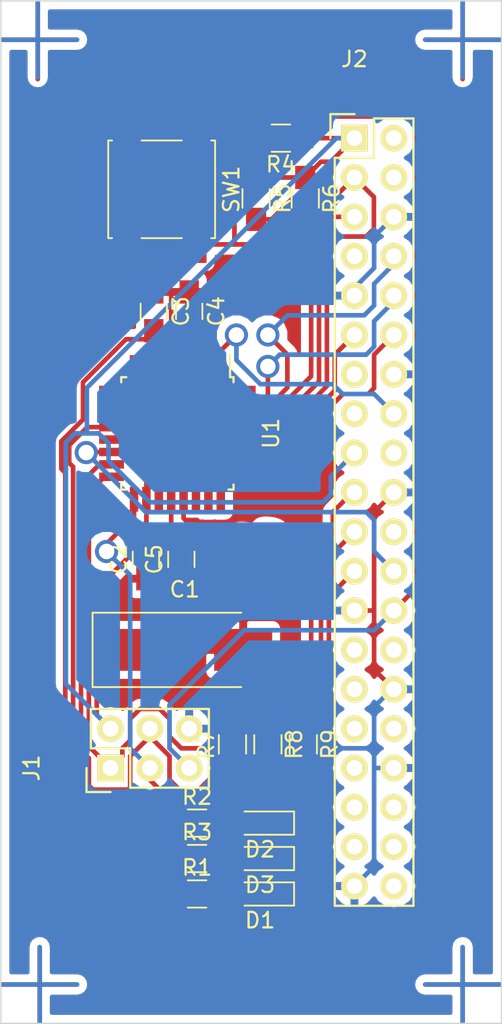
<source format=kicad_pcb>
(kicad_pcb (version 4) (host pcbnew 4.0.4-snap1-stable)

  (general
    (links 64)
    (no_connects 0)
    (area 143.286999 92.486999 176.118002 158.973002)
    (thickness 1.6)
    (drawings 6)
    (tracks 353)
    (zones 0)
    (modules 22)
    (nets 23)
  )

  (page A4)
  (layers
    (0 F.Cu signal)
    (31 B.Cu signal hide)
    (33 F.Adhes user hide)
    (35 F.Paste user hide)
    (37 F.SilkS user hide)
    (39 F.Mask user hide)
    (40 Dwgs.User user)
    (41 Cmts.User user hide)
    (42 Eco1.User user hide)
    (43 Eco2.User user hide)
    (44 Edge.Cuts user hide)
    (45 Margin user hide)
    (47 F.CrtYd user hide)
    (49 F.Fab user hide)
  )

  (setup
    (last_trace_width 0.3)
    (trace_clearance 0.2)
    (zone_clearance 0.508)
    (zone_45_only yes)
    (trace_min 0.2)
    (segment_width 0.2)
    (edge_width 0.15)
    (via_size 1.5)
    (via_drill 1)
    (via_min_size 0.4)
    (via_min_drill 0.3)
    (uvia_size 1.1)
    (uvia_drill 1)
    (uvias_allowed no)
    (uvia_min_size 0.2)
    (uvia_min_drill 0.1)
    (pcb_text_width 0.3)
    (pcb_text_size 1.5 1.5)
    (mod_edge_width 0.15)
    (mod_text_size 1 1)
    (mod_text_width 0.15)
    (pad_size 3.8 3.8)
    (pad_drill 2.2)
    (pad_to_mask_clearance 0.2)
    (aux_axis_origin 0 0)
    (visible_elements 7FFFFFFF)
    (pcbplotparams
      (layerselection 0x00000_80000000)
      (usegerberextensions false)
      (excludeedgelayer true)
      (linewidth 0.100000)
      (plotframeref false)
      (viasonmask false)
      (mode 1)
      (useauxorigin false)
      (hpglpennumber 1)
      (hpglpenspeed 20)
      (hpglpendiameter 15)
      (hpglpenoverlay 2)
      (psnegative false)
      (psa4output false)
      (plotreference true)
      (plotvalue true)
      (plotinvisibletext false)
      (padsonsilk false)
      (subtractmaskfromsilk false)
      (outputformat 4)
      (mirror false)
      (drillshape 0)
      (scaleselection 1)
      (outputdirectory /home/petr/Documents/TEX/sablona2018/figures/))
  )

  (net 0 "")
  (net 1 +3V3)
  (net 2 GNDD)
  (net 3 "Net-(D1-Pad2)")
  (net 4 "Net-(D2-Pad2)")
  (net 5 /MISO)
  (net 6 /SCK)
  (net 7 /MOSI)
  (net 8 /RST)
  (net 9 /SDA)
  (net 10 /SCL)
  (net 11 /TX)
  (net 12 /RX)
  (net 13 /GPIO17)
  (net 14 /SS)
  (net 15 "Net-(C5-Pad2)")
  (net 16 "Net-(D3-Pad2)")
  (net 17 "Net-(J2-Pad19)")
  (net 18 "Net-(J2-Pad21)")
  (net 19 "Net-(J2-Pad23)")
  (net 20 /LED)
  (net 21 /PWMp)
  (net 22 /PWMa)

  (net_class Default "This is the default net class."
    (clearance 0.2)
    (trace_width 0.3)
    (via_dia 1.5)
    (via_drill 1)
    (uvia_dia 1.1)
    (uvia_drill 1)
    (add_net +3V3)
    (add_net /GPIO17)
    (add_net /LED)
    (add_net /MISO)
    (add_net /MOSI)
    (add_net /PWMa)
    (add_net /PWMp)
    (add_net /RST)
    (add_net /RX)
    (add_net /SCK)
    (add_net /SCL)
    (add_net /SDA)
    (add_net /SS)
    (add_net /TX)
    (add_net GNDD)
    (add_net "Net-(C5-Pad2)")
    (add_net "Net-(D1-Pad2)")
    (add_net "Net-(D2-Pad2)")
    (add_net "Net-(D3-Pad2)")
    (add_net "Net-(J2-Pad19)")
    (add_net "Net-(J2-Pad21)")
    (add_net "Net-(J2-Pad23)")
  )

  (module Pin_Headers:Pin_Header_Straight_2x20 (layer F.Cu) (tedit 0) (tstamp 5ACF8E25)
    (at 166.37 101.6)
    (descr "Through hole pin header")
    (tags "pin header")
    (path /5A97F783)
    (fp_text reference J2 (at 0 -5.1) (layer F.SilkS)
      (effects (font (size 1 1) (thickness 0.15)))
    )
    (fp_text value Raspiheader (at 0 -3.1) (layer F.Fab)
      (effects (font (size 1 1) (thickness 0.15)))
    )
    (fp_line (start -1.75 -1.75) (end -1.75 50.05) (layer F.CrtYd) (width 0.05))
    (fp_line (start 4.3 -1.75) (end 4.3 50.05) (layer F.CrtYd) (width 0.05))
    (fp_line (start -1.75 -1.75) (end 4.3 -1.75) (layer F.CrtYd) (width 0.05))
    (fp_line (start -1.75 50.05) (end 4.3 50.05) (layer F.CrtYd) (width 0.05))
    (fp_line (start 3.81 49.53) (end 3.81 -1.27) (layer F.SilkS) (width 0.15))
    (fp_line (start -1.27 1.27) (end -1.27 49.53) (layer F.SilkS) (width 0.15))
    (fp_line (start 3.81 49.53) (end -1.27 49.53) (layer F.SilkS) (width 0.15))
    (fp_line (start 3.81 -1.27) (end 1.27 -1.27) (layer F.SilkS) (width 0.15))
    (fp_line (start 0 -1.55) (end -1.55 -1.55) (layer F.SilkS) (width 0.15))
    (fp_line (start 1.27 -1.27) (end 1.27 1.27) (layer F.SilkS) (width 0.15))
    (fp_line (start 1.27 1.27) (end -1.27 1.27) (layer F.SilkS) (width 0.15))
    (fp_line (start -1.55 -1.55) (end -1.55 0) (layer F.SilkS) (width 0.15))
    (pad 1 thru_hole rect (at 0 0) (size 1.7272 1.7272) (drill 1.016) (layers *.Cu *.Mask F.SilkS)
      (net 1 +3V3))
    (pad 2 thru_hole oval (at 2.54 0) (size 1.7272 1.7272) (drill 1.016) (layers *.Cu *.Mask F.SilkS))
    (pad 3 thru_hole oval (at 0 2.54) (size 1.7272 1.7272) (drill 1.016) (layers *.Cu *.Mask F.SilkS)
      (net 9 /SDA))
    (pad 4 thru_hole oval (at 2.54 2.54) (size 1.7272 1.7272) (drill 1.016) (layers *.Cu *.Mask F.SilkS))
    (pad 5 thru_hole oval (at 0 5.08) (size 1.7272 1.7272) (drill 1.016) (layers *.Cu *.Mask F.SilkS)
      (net 10 /SCL))
    (pad 6 thru_hole oval (at 2.54 5.08) (size 1.7272 1.7272) (drill 1.016) (layers *.Cu *.Mask F.SilkS)
      (net 2 GNDD))
    (pad 7 thru_hole oval (at 0 7.62) (size 1.7272 1.7272) (drill 1.016) (layers *.Cu *.Mask F.SilkS))
    (pad 8 thru_hole oval (at 2.54 7.62) (size 1.7272 1.7272) (drill 1.016) (layers *.Cu *.Mask F.SilkS)
      (net 11 /TX))
    (pad 9 thru_hole oval (at 0 10.16) (size 1.7272 1.7272) (drill 1.016) (layers *.Cu *.Mask F.SilkS)
      (net 2 GNDD))
    (pad 10 thru_hole oval (at 2.54 10.16) (size 1.7272 1.7272) (drill 1.016) (layers *.Cu *.Mask F.SilkS)
      (net 12 /RX))
    (pad 11 thru_hole oval (at 0 12.7) (size 1.7272 1.7272) (drill 1.016) (layers *.Cu *.Mask F.SilkS)
      (net 13 /GPIO17))
    (pad 12 thru_hole oval (at 2.54 12.7) (size 1.7272 1.7272) (drill 1.016) (layers *.Cu *.Mask F.SilkS)
      (net 21 /PWMp))
    (pad 13 thru_hole oval (at 0 15.24) (size 1.7272 1.7272) (drill 1.016) (layers *.Cu *.Mask F.SilkS))
    (pad 14 thru_hole oval (at 2.54 15.24) (size 1.7272 1.7272) (drill 1.016) (layers *.Cu *.Mask F.SilkS)
      (net 2 GNDD))
    (pad 15 thru_hole oval (at 0 17.78) (size 1.7272 1.7272) (drill 1.016) (layers *.Cu *.Mask F.SilkS))
    (pad 16 thru_hole oval (at 2.54 17.78) (size 1.7272 1.7272) (drill 1.016) (layers *.Cu *.Mask F.SilkS)
      (net 22 /PWMa))
    (pad 17 thru_hole oval (at 0 20.32) (size 1.7272 1.7272) (drill 1.016) (layers *.Cu *.Mask F.SilkS)
      (net 1 +3V3))
    (pad 18 thru_hole oval (at 2.54 20.32) (size 1.7272 1.7272) (drill 1.016) (layers *.Cu *.Mask F.SilkS))
    (pad 19 thru_hole oval (at 0 22.86) (size 1.7272 1.7272) (drill 1.016) (layers *.Cu *.Mask F.SilkS)
      (net 17 "Net-(J2-Pad19)"))
    (pad 20 thru_hole oval (at 2.54 22.86) (size 1.7272 1.7272) (drill 1.016) (layers *.Cu *.Mask F.SilkS)
      (net 2 GNDD))
    (pad 21 thru_hole oval (at 0 25.4) (size 1.7272 1.7272) (drill 1.016) (layers *.Cu *.Mask F.SilkS)
      (net 18 "Net-(J2-Pad21)"))
    (pad 22 thru_hole oval (at 2.54 25.4) (size 1.7272 1.7272) (drill 1.016) (layers *.Cu *.Mask F.SilkS))
    (pad 23 thru_hole oval (at 0 27.94) (size 1.7272 1.7272) (drill 1.016) (layers *.Cu *.Mask F.SilkS)
      (net 19 "Net-(J2-Pad23)"))
    (pad 24 thru_hole oval (at 2.54 27.94) (size 1.7272 1.7272) (drill 1.016) (layers *.Cu *.Mask F.SilkS)
      (net 14 /SS))
    (pad 25 thru_hole oval (at 0 30.48) (size 1.7272 1.7272) (drill 1.016) (layers *.Cu *.Mask F.SilkS)
      (net 2 GNDD))
    (pad 26 thru_hole oval (at 2.54 30.48) (size 1.7272 1.7272) (drill 1.016) (layers *.Cu *.Mask F.SilkS)
      (net 8 /RST))
    (pad 27 thru_hole oval (at 0 33.02) (size 1.7272 1.7272) (drill 1.016) (layers *.Cu *.Mask F.SilkS))
    (pad 28 thru_hole oval (at 2.54 33.02) (size 1.7272 1.7272) (drill 1.016) (layers *.Cu *.Mask F.SilkS))
    (pad 29 thru_hole oval (at 0 35.56) (size 1.7272 1.7272) (drill 1.016) (layers *.Cu *.Mask F.SilkS))
    (pad 30 thru_hole oval (at 2.54 35.56) (size 1.7272 1.7272) (drill 1.016) (layers *.Cu *.Mask F.SilkS)
      (net 2 GNDD))
    (pad 31 thru_hole oval (at 0 38.1) (size 1.7272 1.7272) (drill 1.016) (layers *.Cu *.Mask F.SilkS))
    (pad 32 thru_hole oval (at 2.54 38.1) (size 1.7272 1.7272) (drill 1.016) (layers *.Cu *.Mask F.SilkS))
    (pad 33 thru_hole oval (at 0 40.64) (size 1.7272 1.7272) (drill 1.016) (layers *.Cu *.Mask F.SilkS))
    (pad 34 thru_hole oval (at 2.54 40.64) (size 1.7272 1.7272) (drill 1.016) (layers *.Cu *.Mask F.SilkS)
      (net 2 GNDD))
    (pad 35 thru_hole oval (at 0 43.18) (size 1.7272 1.7272) (drill 1.016) (layers *.Cu *.Mask F.SilkS))
    (pad 36 thru_hole oval (at 2.54 43.18) (size 1.7272 1.7272) (drill 1.016) (layers *.Cu *.Mask F.SilkS))
    (pad 37 thru_hole oval (at 0 45.72) (size 1.7272 1.7272) (drill 1.016) (layers *.Cu *.Mask F.SilkS))
    (pad 38 thru_hole oval (at 2.54 45.72) (size 1.7272 1.7272) (drill 1.016) (layers *.Cu *.Mask F.SilkS))
    (pad 39 thru_hole oval (at 0 48.26) (size 1.7272 1.7272) (drill 1.016) (layers *.Cu *.Mask F.SilkS)
      (net 2 GNDD))
    (pad 40 thru_hole oval (at 2.54 48.26) (size 1.7272 1.7272) (drill 1.016) (layers *.Cu *.Mask F.SilkS))
    (model Pin_Headers.3dshapes/Pin_Header_Straight_2x20.wrl
      (at (xyz 0.05 -0.95 0))
      (scale (xyz 1 1 1))
      (rotate (xyz 0 0 90))
    )
  )

  (module Housings_QFP:TQFP-32_7x7mm_Pitch0.8mm (layer F.Cu) (tedit 58CC9A48) (tstamp 5AD61E57)
    (at 154.94 120.65 270)
    (descr "32-Lead Plastic Thin Quad Flatpack (PT) - 7x7x1.0 mm Body, 2.00 mm [TQFP] (see Microchip Packaging Specification 00000049BS.pdf)")
    (tags "QFP 0.8")
    (path /5AD60B03)
    (attr smd)
    (fp_text reference U1 (at 0 -6.05 270) (layer F.SilkS)
      (effects (font (size 1 1) (thickness 0.15)))
    )
    (fp_text value ATMEGA328P-AU (at 0 6.05 270) (layer F.Fab)
      (effects (font (size 1 1) (thickness 0.15)))
    )
    (fp_text user %R (at 0 0 270) (layer F.Fab)
      (effects (font (size 1 1) (thickness 0.15)))
    )
    (fp_line (start -2.5 -3.5) (end 3.5 -3.5) (layer F.Fab) (width 0.15))
    (fp_line (start 3.5 -3.5) (end 3.5 3.5) (layer F.Fab) (width 0.15))
    (fp_line (start 3.5 3.5) (end -3.5 3.5) (layer F.Fab) (width 0.15))
    (fp_line (start -3.5 3.5) (end -3.5 -2.5) (layer F.Fab) (width 0.15))
    (fp_line (start -3.5 -2.5) (end -2.5 -3.5) (layer F.Fab) (width 0.15))
    (fp_line (start -5.3 -5.3) (end -5.3 5.3) (layer F.CrtYd) (width 0.05))
    (fp_line (start 5.3 -5.3) (end 5.3 5.3) (layer F.CrtYd) (width 0.05))
    (fp_line (start -5.3 -5.3) (end 5.3 -5.3) (layer F.CrtYd) (width 0.05))
    (fp_line (start -5.3 5.3) (end 5.3 5.3) (layer F.CrtYd) (width 0.05))
    (fp_line (start -3.625 -3.625) (end -3.625 -3.4) (layer F.SilkS) (width 0.15))
    (fp_line (start 3.625 -3.625) (end 3.625 -3.3) (layer F.SilkS) (width 0.15))
    (fp_line (start 3.625 3.625) (end 3.625 3.3) (layer F.SilkS) (width 0.15))
    (fp_line (start -3.625 3.625) (end -3.625 3.3) (layer F.SilkS) (width 0.15))
    (fp_line (start -3.625 -3.625) (end -3.3 -3.625) (layer F.SilkS) (width 0.15))
    (fp_line (start -3.625 3.625) (end -3.3 3.625) (layer F.SilkS) (width 0.15))
    (fp_line (start 3.625 3.625) (end 3.3 3.625) (layer F.SilkS) (width 0.15))
    (fp_line (start 3.625 -3.625) (end 3.3 -3.625) (layer F.SilkS) (width 0.15))
    (fp_line (start -3.625 -3.4) (end -5.05 -3.4) (layer F.SilkS) (width 0.15))
    (pad 1 smd rect (at -4.25 -2.8 270) (size 1.6 0.55) (layers F.Cu F.Paste F.Mask)
      (net 22 /PWMa))
    (pad 2 smd rect (at -4.25 -2 270) (size 1.6 0.55) (layers F.Cu F.Paste F.Mask))
    (pad 3 smd rect (at -4.25 -1.2 270) (size 1.6 0.55) (layers F.Cu F.Paste F.Mask)
      (net 2 GNDD))
    (pad 4 smd rect (at -4.25 -0.4 270) (size 1.6 0.55) (layers F.Cu F.Paste F.Mask)
      (net 1 +3V3))
    (pad 5 smd rect (at -4.25 0.4 270) (size 1.6 0.55) (layers F.Cu F.Paste F.Mask)
      (net 2 GNDD))
    (pad 6 smd rect (at -4.25 1.2 270) (size 1.6 0.55) (layers F.Cu F.Paste F.Mask)
      (net 1 +3V3))
    (pad 7 smd rect (at -4.25 2 270) (size 1.6 0.55) (layers F.Cu F.Paste F.Mask))
    (pad 8 smd rect (at -4.25 2.8 270) (size 1.6 0.55) (layers F.Cu F.Paste F.Mask))
    (pad 9 smd rect (at -2.8 4.25) (size 1.6 0.55) (layers F.Cu F.Paste F.Mask))
    (pad 10 smd rect (at -2 4.25) (size 1.6 0.55) (layers F.Cu F.Paste F.Mask))
    (pad 11 smd rect (at -1.2 4.25) (size 1.6 0.55) (layers F.Cu F.Paste F.Mask))
    (pad 12 smd rect (at -0.4 4.25) (size 1.6 0.55) (layers F.Cu F.Paste F.Mask)
      (net 20 /LED))
    (pad 13 smd rect (at 0.4 4.25) (size 1.6 0.55) (layers F.Cu F.Paste F.Mask))
    (pad 14 smd rect (at 1.2 4.25) (size 1.6 0.55) (layers F.Cu F.Paste F.Mask)
      (net 14 /SS))
    (pad 15 smd rect (at 2 4.25) (size 1.6 0.55) (layers F.Cu F.Paste F.Mask)
      (net 7 /MOSI))
    (pad 16 smd rect (at 2.8 4.25) (size 1.6 0.55) (layers F.Cu F.Paste F.Mask)
      (net 5 /MISO))
    (pad 17 smd rect (at 4.25 2.8 270) (size 1.6 0.55) (layers F.Cu F.Paste F.Mask)
      (net 6 /SCK))
    (pad 18 smd rect (at 4.25 2 270) (size 1.6 0.55) (layers F.Cu F.Paste F.Mask)
      (net 1 +3V3))
    (pad 19 smd rect (at 4.25 1.2 270) (size 1.6 0.55) (layers F.Cu F.Paste F.Mask))
    (pad 20 smd rect (at 4.25 0.4 270) (size 1.6 0.55) (layers F.Cu F.Paste F.Mask)
      (net 15 "Net-(C5-Pad2)"))
    (pad 21 smd rect (at 4.25 -0.4 270) (size 1.6 0.55) (layers F.Cu F.Paste F.Mask)
      (net 2 GNDD))
    (pad 22 smd rect (at 4.25 -1.2 270) (size 1.6 0.55) (layers F.Cu F.Paste F.Mask))
    (pad 23 smd rect (at 4.25 -2 270) (size 1.6 0.55) (layers F.Cu F.Paste F.Mask))
    (pad 24 smd rect (at 4.25 -2.8 270) (size 1.6 0.55) (layers F.Cu F.Paste F.Mask))
    (pad 25 smd rect (at 2.8 -4.25) (size 1.6 0.55) (layers F.Cu F.Paste F.Mask)
      (net 21 /PWMp))
    (pad 26 smd rect (at 2 -4.25) (size 1.6 0.55) (layers F.Cu F.Paste F.Mask)
      (net 13 /GPIO17))
    (pad 27 smd rect (at 1.2 -4.25) (size 1.6 0.55) (layers F.Cu F.Paste F.Mask)
      (net 9 /SDA))
    (pad 28 smd rect (at 0.4 -4.25) (size 1.6 0.55) (layers F.Cu F.Paste F.Mask)
      (net 10 /SCL))
    (pad 29 smd rect (at -0.4 -4.25) (size 1.6 0.55) (layers F.Cu F.Paste F.Mask)
      (net 8 /RST))
    (pad 30 smd rect (at -1.2 -4.25) (size 1.6 0.55) (layers F.Cu F.Paste F.Mask)
      (net 11 /TX))
    (pad 31 smd rect (at -2 -4.25) (size 1.6 0.55) (layers F.Cu F.Paste F.Mask)
      (net 12 /RX))
    (pad 32 smd rect (at -2.8 -4.25) (size 1.6 0.55) (layers F.Cu F.Paste F.Mask))
    (model ${KISYS3DMOD}/Housings_QFP.3dshapes/TQFP-32_7x7mm_Pitch0.8mm.wrl
      (at (xyz 0 0 0))
      (scale (xyz 1 1 1))
      (rotate (xyz 0 0 0))
    )
  )

  (module Capacitors_Tantalum_SMD:CP_Tantalum_Case-D_EIA-7343-31_Hand (layer F.Cu) (tedit 58CC8C08) (tstamp 5AD61C7D)
    (at 155.413 134.62)
    (descr "Tantalum capacitor, Case D, EIA 7343-31, 7.3x4.3x2.8mm, Hand soldering footprint")
    (tags "capacitor tantalum smd")
    (path /5AD675C9)
    (attr smd)
    (fp_text reference C1 (at 0 -3.9) (layer F.SilkS)
      (effects (font (size 1 1) (thickness 0.15)))
    )
    (fp_text value 100uF (at 0 3.9) (layer F.Fab)
      (effects (font (size 1 1) (thickness 0.15)))
    )
    (fp_text user %R (at 0 0) (layer F.Fab)
      (effects (font (size 1 1) (thickness 0.15)))
    )
    (fp_line (start -6.05 -2.5) (end -6.05 2.5) (layer F.CrtYd) (width 0.05))
    (fp_line (start -6.05 2.5) (end 6.05 2.5) (layer F.CrtYd) (width 0.05))
    (fp_line (start 6.05 2.5) (end 6.05 -2.5) (layer F.CrtYd) (width 0.05))
    (fp_line (start 6.05 -2.5) (end -6.05 -2.5) (layer F.CrtYd) (width 0.05))
    (fp_line (start -3.65 -2.15) (end -3.65 2.15) (layer F.Fab) (width 0.1))
    (fp_line (start -3.65 2.15) (end 3.65 2.15) (layer F.Fab) (width 0.1))
    (fp_line (start 3.65 2.15) (end 3.65 -2.15) (layer F.Fab) (width 0.1))
    (fp_line (start 3.65 -2.15) (end -3.65 -2.15) (layer F.Fab) (width 0.1))
    (fp_line (start -2.92 -2.15) (end -2.92 2.15) (layer F.Fab) (width 0.1))
    (fp_line (start -2.555 -2.15) (end -2.555 2.15) (layer F.Fab) (width 0.1))
    (fp_line (start -5.95 -2.4) (end 3.65 -2.4) (layer F.SilkS) (width 0.12))
    (fp_line (start -5.95 2.4) (end 3.65 2.4) (layer F.SilkS) (width 0.12))
    (fp_line (start -5.95 -2.4) (end -5.95 2.4) (layer F.SilkS) (width 0.12))
    (pad 1 smd rect (at -3.775 0) (size 3.75 2.7) (layers F.Cu F.Paste F.Mask)
      (net 1 +3V3))
    (pad 2 smd rect (at 3.775 0) (size 3.75 2.7) (layers F.Cu F.Paste F.Mask)
      (net 2 GNDD))
    (model Capacitors_Tantalum_SMD.3dshapes/CP_Tantalum_Case-D_EIA-7343-31.wrl
      (at (xyz 0 0 0))
      (scale (xyz 1 1 1))
      (rotate (xyz 0 0 0))
    )
  )

  (module Capacitors_SMD:C_0805_HandSoldering (layer F.Cu) (tedit 58AA84A8) (tstamp 5AD61C0E)
    (at 155.702 112.776 270)
    (descr "Capacitor SMD 0805, hand soldering")
    (tags "capacitor 0805")
    (path /5AD6530C)
    (attr smd)
    (fp_text reference C4 (at 0 -1.75 270) (layer F.SilkS)
      (effects (font (size 1 1) (thickness 0.15)))
    )
    (fp_text value 100nF (at 0 1.75 270) (layer F.Fab)
      (effects (font (size 1 1) (thickness 0.15)))
    )
    (fp_text user %R (at 0 -1.75 270) (layer F.Fab)
      (effects (font (size 1 1) (thickness 0.15)))
    )
    (fp_line (start -1 0.62) (end -1 -0.62) (layer F.Fab) (width 0.1))
    (fp_line (start 1 0.62) (end -1 0.62) (layer F.Fab) (width 0.1))
    (fp_line (start 1 -0.62) (end 1 0.62) (layer F.Fab) (width 0.1))
    (fp_line (start -1 -0.62) (end 1 -0.62) (layer F.Fab) (width 0.1))
    (fp_line (start 0.5 -0.85) (end -0.5 -0.85) (layer F.SilkS) (width 0.12))
    (fp_line (start -0.5 0.85) (end 0.5 0.85) (layer F.SilkS) (width 0.12))
    (fp_line (start -2.25 -0.88) (end 2.25 -0.88) (layer F.CrtYd) (width 0.05))
    (fp_line (start -2.25 -0.88) (end -2.25 0.87) (layer F.CrtYd) (width 0.05))
    (fp_line (start 2.25 0.87) (end 2.25 -0.88) (layer F.CrtYd) (width 0.05))
    (fp_line (start 2.25 0.87) (end -2.25 0.87) (layer F.CrtYd) (width 0.05))
    (pad 1 smd rect (at -1.25 0 270) (size 1.5 1.25) (layers F.Cu F.Paste F.Mask)
      (net 2 GNDD))
    (pad 2 smd rect (at 1.25 0 270) (size 1.5 1.25) (layers F.Cu F.Paste F.Mask)
      (net 1 +3V3))
    (model Capacitors_SMD.3dshapes/C_0805.wrl
      (at (xyz 0 0 0))
      (scale (xyz 1 1 1))
      (rotate (xyz 0 0 0))
    )
  )

  (module Pin_Headers:Pin_Header_Straight_2x03 (layer F.Cu) (tedit 54EA0A4B) (tstamp 5ACF8DF9)
    (at 150.622 142.24 90)
    (descr "Through hole pin header")
    (tags "pin header")
    (path /5AABCDCB)
    (fp_text reference J1 (at 0 -5.1 90) (layer F.SilkS)
      (effects (font (size 1 1) (thickness 0.15)))
    )
    (fp_text value ISP/PDI (at 0 -3.1 90) (layer F.Fab)
      (effects (font (size 1 1) (thickness 0.15)))
    )
    (fp_line (start -1.27 1.27) (end -1.27 6.35) (layer F.SilkS) (width 0.15))
    (fp_line (start -1.55 -1.55) (end 0 -1.55) (layer F.SilkS) (width 0.15))
    (fp_line (start -1.75 -1.75) (end -1.75 6.85) (layer F.CrtYd) (width 0.05))
    (fp_line (start 4.3 -1.75) (end 4.3 6.85) (layer F.CrtYd) (width 0.05))
    (fp_line (start -1.75 -1.75) (end 4.3 -1.75) (layer F.CrtYd) (width 0.05))
    (fp_line (start -1.75 6.85) (end 4.3 6.85) (layer F.CrtYd) (width 0.05))
    (fp_line (start 1.27 -1.27) (end 1.27 1.27) (layer F.SilkS) (width 0.15))
    (fp_line (start 1.27 1.27) (end -1.27 1.27) (layer F.SilkS) (width 0.15))
    (fp_line (start -1.27 6.35) (end 3.81 6.35) (layer F.SilkS) (width 0.15))
    (fp_line (start 3.81 6.35) (end 3.81 1.27) (layer F.SilkS) (width 0.15))
    (fp_line (start -1.55 -1.55) (end -1.55 0) (layer F.SilkS) (width 0.15))
    (fp_line (start 3.81 -1.27) (end 1.27 -1.27) (layer F.SilkS) (width 0.15))
    (fp_line (start 3.81 1.27) (end 3.81 -1.27) (layer F.SilkS) (width 0.15))
    (pad 1 thru_hole rect (at 0 0 90) (size 1.7272 1.7272) (drill 1.016) (layers *.Cu *.Mask F.SilkS)
      (net 5 /MISO))
    (pad 2 thru_hole oval (at 2.54 0 90) (size 1.7272 1.7272) (drill 1.016) (layers *.Cu *.Mask F.SilkS)
      (net 1 +3V3))
    (pad 3 thru_hole oval (at 0 2.54 90) (size 1.7272 1.7272) (drill 1.016) (layers *.Cu *.Mask F.SilkS)
      (net 6 /SCK))
    (pad 4 thru_hole oval (at 2.54 2.54 90) (size 1.7272 1.7272) (drill 1.016) (layers *.Cu *.Mask F.SilkS)
      (net 7 /MOSI))
    (pad 5 thru_hole oval (at 0 5.08 90) (size 1.7272 1.7272) (drill 1.016) (layers *.Cu *.Mask F.SilkS)
      (net 8 /RST))
    (pad 6 thru_hole oval (at 2.54 5.08 90) (size 1.7272 1.7272) (drill 1.016) (layers *.Cu *.Mask F.SilkS)
      (net 2 GNDD))
    (model Pin_Headers.3dshapes/Pin_Header_Straight_2x03.wrl
      (at (xyz 0.05 -0.1 0))
      (scale (xyz 1 1 1))
      (rotate (xyz 0 0 90))
    )
  )

  (module testshield:bulldog_logo_smaller (layer F.Cu) (tedit 0) (tstamp 5AD07BDB)
    (at 159.766 128.905 270)
    (fp_text reference G*** (at 0 0 270) (layer F.SilkS) hide
      (effects (font (thickness 0.3)))
    )
    (fp_text value LOGO (at 0.75 0 270) (layer F.SilkS) hide
      (effects (font (thickness 0.3)))
    )
    (fp_poly (pts (xy 1.831734 -1.890735) (xy 1.942661 -1.867764) (xy 2.035526 -1.831162) (xy 2.112898 -1.777967)
      (xy 2.177349 -1.705218) (xy 2.231449 -1.609954) (xy 2.277768 -1.489213) (xy 2.318876 -1.340034)
      (xy 2.322303 -1.325563) (xy 2.336318 -1.258195) (xy 2.346073 -1.19054) (xy 2.352253 -1.114494)
      (xy 2.355546 -1.021953) (xy 2.356599 -0.92075) (xy 2.356625 -0.822421) (xy 2.355541 -0.749851)
      (xy 2.352694 -0.697053) (xy 2.347429 -0.658041) (xy 2.339091 -0.626826) (xy 2.327026 -0.597423)
      (xy 2.319551 -0.581856) (xy 2.287029 -0.529599) (xy 2.24872 -0.487181) (xy 2.232239 -0.474759)
      (xy 2.169779 -0.451814) (xy 2.092709 -0.445261) (xy 2.013792 -0.455406) (xy 1.97349 -0.468521)
      (xy 1.936313 -0.482776) (xy 1.914487 -0.488709) (xy 1.912526 -0.488365) (xy 1.91364 -0.472195)
      (xy 1.918461 -0.428426) (xy 1.926514 -0.360933) (xy 1.937324 -0.273591) (xy 1.950414 -0.170274)
      (xy 1.965312 -0.054856) (xy 1.971438 -0.007938) (xy 1.989828 0.13437) (xy 2.004112 0.250636)
      (xy 2.014707 0.346247) (xy 2.022032 0.426587) (xy 2.026504 0.497041) (xy 2.028542 0.562993)
      (xy 2.028564 0.62983) (xy 2.026987 0.702936) (xy 2.026886 0.706437) (xy 2.018975 0.856661)
      (xy 2.003594 0.98422) (xy 1.978896 1.097696) (xy 1.943038 1.205673) (xy 1.896855 1.311179)
      (xy 1.826929 1.428312) (xy 1.734687 1.541001) (xy 1.629057 1.639172) (xy 1.565193 1.685475)
      (xy 1.462439 1.740448) (xy 1.332118 1.791018) (xy 1.178237 1.836108) (xy 1.004805 1.87464)
      (xy 0.815829 1.905537) (xy 0.690562 1.9206) (xy 0.629184 1.925425) (xy 0.542983 1.930028)
      (xy 0.43777 1.934289) (xy 0.319358 1.93809) (xy 0.193558 1.94131) (xy 0.06618 1.94383)
      (xy -0.056963 1.945531) (xy -0.17006 1.946293) (xy -0.267301 1.945997) (xy -0.342873 1.944523)
      (xy -0.381 1.942635) (xy -0.602591 1.92082) (xy -0.814612 1.889679) (xy -1.013781 1.850132)
      (xy -1.196812 1.8031) (xy -1.360422 1.749503) (xy -1.501325 1.69026) (xy -1.616239 1.626291)
      (xy -1.679923 1.578791) (xy -1.775627 1.478447) (xy -1.861827 1.352998) (xy -1.935333 1.208454)
      (xy -1.992953 1.050827) (xy -2.022662 0.933325) (xy -2.034668 0.864256) (xy -2.042397 0.791298)
      (xy -2.045692 0.710659) (xy -2.045015 0.662529) (xy -1.906504 0.662529) (xy -1.905503 0.748896)
      (xy -1.899904 0.824568) (xy -1.88986 0.892975) (xy -1.881211 0.934353) (xy -1.867118 0.992448)
      (xy -1.857143 1.023656) (xy -1.848878 1.032162) (xy -1.839912 1.022151) (xy -1.835505 1.013728)
      (xy -1.804909 0.981661) (xy -1.776795 0.971591) (xy -1.751741 0.973807) (xy -1.725741 0.989892)
      (xy -1.692766 1.024624) (xy -1.662855 1.061882) (xy -1.546853 1.186611) (xy -1.409165 1.289264)
      (xy -1.304655 1.34609) (xy -1.240927 1.374429) (xy -1.186234 1.392224) (xy -1.127526 1.402597)
      (xy -1.051752 1.408668) (xy -1.040482 1.409277) (xy -0.957811 1.411775) (xy -0.892879 1.408272)
      (xy -0.832011 1.397357) (xy -0.775639 1.381914) (xy -0.670675 1.345329) (xy -0.586609 1.302687)
      (xy -0.537733 1.266143) (xy -0.313559 1.266143) (xy -0.113123 1.258845) (xy -0.026824 1.257127)
      (xy 0.056986 1.257944) (xy 0.128327 1.261057) (xy 0.174625 1.265781) (xy 0.223246 1.273006)
      (xy 0.257101 1.276715) (xy 0.266992 1.276567) (xy 0.260936 1.263286) (xy 0.240084 1.232315)
      (xy 0.215211 1.198661) (xy 0.144389 1.09745) (xy 0.082531 0.989075) (xy 0.024451 0.865518)
      (xy -0.026325 0.748715) (xy -0.087107 0.883673) (xy -0.126783 0.964251) (xy -0.175677 1.052961)
      (xy -0.224131 1.132405) (xy -0.230724 1.142386) (xy -0.313559 1.266143) (xy -0.537733 1.266143)
      (xy -0.512593 1.247347) (xy -0.442915 1.178281) (xy -0.36149 1.078907) (xy -0.289046 0.965946)
      (xy -0.221745 0.832829) (xy -0.171767 0.714375) (xy -0.138613 0.625314) (xy -0.117217 0.55309)
      (xy -0.104767 0.486326) (xy -0.098731 0.418754) (xy -0.091483 0.28982) (xy -0.172448 0.270397)
      (xy -0.267283 0.235767) (xy -0.343584 0.183795) (xy -0.397592 0.118337) (xy -0.425547 0.043249)
      (xy -0.428625 0.007656) (xy -0.429918 -0.02093) (xy -0.436974 -0.037279) (xy -0.454563 -0.041119)
      (xy -0.487453 -0.032178) (xy -0.540413 -0.010186) (xy -0.601559 0.017502) (xy -0.748439 0.098105)
      (xy -0.884634 0.201577) (xy -1.014304 0.331358) (xy -1.088312 0.420233) (xy -1.124797 0.459936)
      (xy -1.152677 0.473457) (xy -1.163718 0.471696) (xy -1.184706 0.456081) (xy -1.187383 0.429498)
      (xy -1.170785 0.388008) (xy -1.133948 0.327672) (xy -1.125282 0.314785) (xy -1.007649 0.167856)
      (xy -0.866869 0.036512) (xy -0.708759 -0.075058) (xy -0.539134 -0.162667) (xy -0.388938 -0.215525)
      (xy -0.296196 -0.234065) (xy -0.183022 -0.245984) (xy -0.060092 -0.251014) (xy 0.061919 -0.24889)
      (xy 0.172335 -0.239344) (xy 0.224189 -0.230846) (xy 0.419326 -0.175994) (xy 0.607513 -0.093064)
      (xy 0.78351 0.014744) (xy 0.942077 0.144232) (xy 1.075101 0.288563) (xy 1.128338 0.359748)
      (xy 1.159329 0.411616) (xy 1.169054 0.446499) (xy 1.158491 0.466728) (xy 1.151428 0.47032)
      (xy 1.128663 0.465828) (xy 1.091013 0.43921) (xy 1.036657 0.38909) (xy 1.014427 0.366838)
      (xy 0.853393 0.220315) (xy 0.685604 0.102208) (xy 0.506199 0.009241) (xy 0.448949 -0.014407)
      (xy 0.366087 -0.046783) (xy 0.37516 -0.001417) (xy 0.372321 0.06083) (xy 0.342527 0.123406)
      (xy 0.29018 0.181676) (xy 0.219684 0.231002) (xy 0.135441 0.266748) (xy 0.115093 0.272433)
      (xy 0.047625 0.289519) (xy 0.047625 0.405432) (xy 0.059519 0.522231) (xy 0.094377 0.655631)
      (xy 0.150957 0.801685) (xy 0.21071 0.924387) (xy 0.299308 1.07236) (xy 0.394037 1.19075)
      (xy 0.497733 1.281554) (xy 0.613232 1.346766) (xy 0.74337 1.388385) (xy 0.890984 1.408404)
      (xy 0.899173 1.408891) (xy 1.039315 1.406089) (xy 1.168455 1.380014) (xy 1.290515 1.328857)
      (xy 1.409419 1.250811) (xy 1.529091 1.144067) (xy 1.573141 1.098238) (xy 1.638564 1.031334)
      (xy 1.688723 0.989123) (xy 1.726479 0.970232) (xy 1.754693 0.973289) (xy 1.776229 0.99692)
      (xy 1.777923 0.999981) (xy 1.784709 1.032699) (xy 1.772313 1.073612) (xy 1.739034 1.125486)
      (xy 1.68317 1.19109) (xy 1.620919 1.255474) (xy 1.49223 1.369441) (xy 1.361209 1.455327)
      (xy 1.22461 1.513902) (xy 1.079187 1.545937) (xy 0.921694 1.552203) (xy 0.748884 1.533468)
      (xy 0.592026 1.499621) (xy 0.392338 1.452496) (xy 0.214484 1.420098) (xy 0.052221 1.402333)
      (xy -0.100697 1.399108) (xy -0.250514 1.410328) (xy -0.403473 1.435901) (xy -0.565819 1.475733)
      (xy -0.587849 1.481928) (xy -0.693303 1.511246) (xy -0.776091 1.532006) (xy -0.843776 1.545361)
      (xy -0.903918 1.552467) (xy -0.964081 1.554481) (xy -1.031825 1.552555) (xy -1.045653 1.551867)
      (xy -1.213481 1.52804) (xy -1.371808 1.474362) (xy -1.52104 1.390605) (xy -1.661582 1.276542)
      (xy -1.791337 1.135062) (xy -1.84251 1.071562) (xy -1.817521 1.135062) (xy -1.747436 1.274828)
      (xy -1.655281 1.398009) (xy -1.54502 1.500504) (xy -1.420617 1.578214) (xy -1.366098 1.602091)
      (xy -1.198476 1.657955) (xy -1.0026 1.707515) (xy -0.781451 1.750158) (xy -0.538012 1.785267)
      (xy -0.404813 1.80022) (xy -0.352757 1.803237) (xy -0.274341 1.804805) (xy -0.174915 1.805053)
      (xy -0.059828 1.804114) (xy 0.065569 1.802118) (xy 0.195925 1.799195) (xy 0.325891 1.795478)
      (xy 0.450116 1.791096) (xy 0.56325 1.786181) (xy 0.659943 1.780863) (xy 0.734845 1.775274)
      (xy 0.769937 1.771475) (xy 0.965072 1.741428) (xy 1.131919 1.706738) (xy 1.27375 1.666261)
      (xy 1.393834 1.618855) (xy 1.49544 1.563377) (xy 1.581838 1.498686) (xy 1.601384 1.480997)
      (xy 1.697913 1.369746) (xy 1.777522 1.234297) (xy 1.833812 1.091575) (xy 1.853286 1.016071)
      (xy 1.870791 0.922958) (xy 1.885229 0.821531) (xy 1.895501 0.721083) (xy 1.900508 0.63091)
      (xy 1.899152 0.560304) (xy 1.897963 0.548887) (xy 1.894064 0.51781) (xy 1.88676 0.45947)
      (xy 1.876582 0.378109) (xy 1.86406 0.277969) (xy 1.849724 0.163294) (xy 1.834106 0.038324)
      (xy 1.823369 -0.047611) (xy 1.756925 -0.579409) (xy 1.600658 -0.727993) (xy 1.467094 -0.864466)
      (xy 1.351418 -1.002036) (xy 1.257476 -1.135782) (xy 1.196158 -1.24574) (xy 1.165559 -1.315971)
      (xy 1.149137 -1.374204) (xy 1.143254 -1.434724) (xy 1.143 -1.454473) (xy 1.143 -1.552528)
      (xy 1.035843 -1.562558) (xy 0.780356 -1.583249) (xy 0.513621 -1.598881) (xy 0.24143 -1.609412)
      (xy -0.030425 -1.614802) (xy -0.296153 -1.61501) (xy -0.549964 -1.609994) (xy -0.786066 -1.599713)
      (xy -0.998667 -1.584126) (xy -1.065661 -1.577494) (xy -1.155008 -1.567962) (xy -1.162301 -1.446763)
      (xy -1.170956 -1.364886) (xy -1.188417 -1.297659) (xy -1.218995 -1.228385) (xy -1.288593 -1.110795)
      (xy -1.381373 -0.984013) (xy -1.492615 -0.853996) (xy -1.613046 -0.731045) (xy -1.767242 -0.583633)
      (xy -1.83717 -0.049723) (xy -1.861461 0.141546) (xy -1.880386 0.304977) (xy -1.894099 0.443999)
      (xy -1.902754 0.56204) (xy -1.906504 0.662529) (xy -2.045015 0.662529) (xy -2.044395 0.61855)
      (xy -2.03835 0.51118) (xy -2.027399 0.384757) (xy -2.011385 0.235491) (xy -1.990151 0.059591)
      (xy -1.984587 0.015554) (xy -1.969267 -0.106301) (xy -1.955614 -0.217676) (xy -1.944066 -0.314767)
      (xy -1.935061 -0.393774) (xy -1.929039 -0.450892) (xy -1.926437 -0.48232) (xy -1.926587 -0.487253)
      (xy -1.943059 -0.485125) (xy -1.977542 -0.473304) (xy -1.989366 -0.468521) (xy -2.063731 -0.448875)
      (xy -2.143409 -0.4461) (xy -2.215635 -0.459889) (xy -2.248115 -0.474759) (xy -2.298241 -0.517516)
      (xy -2.335256 -0.57847) (xy -2.360397 -0.661092) (xy -2.374906 -0.768852) (xy -2.378821 -0.84062)
      (xy -2.377392 -1.010883) (xy -2.362545 -1.177667) (xy -2.335474 -1.335916) (xy -2.29737 -1.480571)
      (xy -2.249426 -1.606574) (xy -2.192835 -1.708867) (xy -2.165629 -1.744911) (xy -2.095092 -1.805578)
      (xy -1.999038 -1.852387) (xy -1.880948 -1.88441) (xy -1.744302 -1.900718) (xy -1.592582 -1.900384)
      (xy -1.584295 -1.899891) (xy -1.459856 -1.884086) (xy -1.360419 -1.852964) (xy -1.282462 -1.805157)
      (xy -1.244384 -1.767719) (xy -1.194955 -1.710198) (xy -0.903071 -1.732193) (xy -0.774894 -1.739824)
      (xy -0.621646 -1.745618) (xy -0.449953 -1.749576) (xy -0.26644 -1.751693) (xy -0.077734 -1.75197)
      (xy 0.109539 -1.750403) (xy 0.288753 -1.74699) (xy 0.453283 -1.741731) (xy 0.596503 -1.734622)
      (xy 0.627062 -1.732635) (xy 0.729832 -1.725618) (xy 0.834151 -1.718572) (xy 0.930541 -1.71213)
      (xy 1.009526 -1.706928) (xy 1.039812 -1.704973) (xy 1.182687 -1.695849) (xy 1.219437 -1.75415)
      (xy 1.27273 -1.81035) (xy 1.351738 -1.854174) (xy 1.452586 -1.884757) (xy 1.571397 -1.901236)
      (xy 1.704299 -1.902745) (xy 1.831734 -1.890735)) (layer F.Cu) (width 0.01))
    (fp_poly (pts (xy 0.236732 -0.421605) (xy 0.387801 -0.380419) (xy 0.460216 -0.353865) (xy 0.541538 -0.318814)
      (xy 0.624203 -0.279101) (xy 0.700647 -0.238561) (xy 0.763306 -0.201032) (xy 0.804616 -0.170348)
      (xy 0.807534 -0.167554) (xy 0.821022 -0.142261) (xy 0.819029 -0.129375) (xy 0.799617 -0.127088)
      (xy 0.756933 -0.141139) (xy 0.702057 -0.166526) (xy 0.576131 -0.219134) (xy 0.432784 -0.258303)
      (xy 0.268695 -0.284616) (xy 0.080546 -0.298657) (xy -0.06539 -0.301495) (xy -0.253491 -0.293742)
      (xy -0.4236 -0.270669) (xy -0.572555 -0.232972) (xy -0.697193 -0.181344) (xy -0.747859 -0.15155)
      (xy -0.797608 -0.121779) (xy -0.82723 -0.112736) (xy -0.840124 -0.123827) (xy -0.841375 -0.135259)
      (xy -0.828378 -0.154812) (xy -0.793306 -0.185455) (xy -0.742036 -0.223224) (xy -0.680448 -0.264154)
      (xy -0.614421 -0.304282) (xy -0.549832 -0.339642) (xy -0.509572 -0.359013) (xy -0.334582 -0.420266)
      (xy -0.152204 -0.451108) (xy 0.038066 -0.45155) (xy 0.236732 -0.421605)) (layer F.Cu) (width 0.01))
    (fp_poly (pts (xy -1.01961 -0.737789) (xy -0.979524 -0.724678) (xy -0.913302 -0.68224) (xy -0.858015 -0.619255)
      (xy -0.818492 -0.544375) (xy -0.799563 -0.466252) (xy -0.802444 -0.407453) (xy -0.836586 -0.31161)
      (xy -0.892845 -0.238125) (xy -0.969588 -0.188412) (xy -1.065182 -0.163889) (xy -1.085352 -0.162194)
      (xy -1.144611 -0.160826) (xy -1.187248 -0.167685) (xy -1.228049 -0.186349) (xy -1.255807 -0.203417)
      (xy -1.327429 -0.266413) (xy -1.373988 -0.34387) (xy -1.394265 -0.429927) (xy -1.387043 -0.518726)
      (xy -1.371389 -0.556046) (xy -1.332402 -0.556046) (xy -1.325228 -0.500163) (xy -1.288032 -0.444264)
      (xy -1.285239 -0.441422) (xy -1.249258 -0.410483) (xy -1.218135 -0.400092) (xy -1.186076 -0.403342)
      (xy -1.139579 -0.420371) (xy -1.104162 -0.444534) (xy -1.076762 -0.49226) (xy -1.073544 -0.548585)
      (xy -1.093747 -0.602467) (xy -1.116898 -0.62912) (xy -1.169984 -0.661044) (xy -1.223023 -0.662584)
      (xy -1.259138 -0.648282) (xy -1.310167 -0.607043) (xy -1.332402 -0.556046) (xy -1.371389 -0.556046)
      (xy -1.351103 -0.604408) (xy -1.342024 -0.61828) (xy -1.278975 -0.68303) (xy -1.198863 -0.726105)
      (xy -1.109728 -0.745144) (xy -1.01961 -0.737789)) (layer F.Cu) (width 0.01))
    (fp_poly (pts (xy 1.133365 -0.740426) (xy 1.211921 -0.713691) (xy 1.281271 -0.66759) (xy 1.336084 -0.604616)
      (xy 1.371027 -0.527265) (xy 1.381125 -0.452438) (xy 1.366412 -0.363941) (xy 1.325779 -0.285146)
      (xy 1.264481 -0.221314) (xy 1.187774 -0.177704) (xy 1.100913 -0.159577) (xy 1.088298 -0.159372)
      (xy 1.030176 -0.163996) (xy 0.976996 -0.174939) (xy 0.960142 -0.180873) (xy 0.90215 -0.219394)
      (xy 0.848009 -0.277952) (xy 0.807029 -0.345306) (xy 0.793448 -0.38212) (xy 0.78419 -0.473508)
      (xy 0.799843 -0.536566) (xy 0.841375 -0.536566) (xy 0.855932 -0.480455) (xy 0.894563 -0.434112)
      (xy 0.949705 -0.404619) (xy 0.989439 -0.397882) (xy 1.018499 -0.407878) (xy 1.054949 -0.433993)
      (xy 1.064846 -0.443279) (xy 1.098718 -0.488857) (xy 1.11125 -0.531813) (xy 1.097697 -0.576939)
      (xy 1.0637 -0.621124) (xy 1.019245 -0.654379) (xy 0.976312 -0.66675) (xy 0.933462 -0.65388)
      (xy 0.889992 -0.621734) (xy 0.855957 -0.580014) (xy 0.84141 -0.53842) (xy 0.841375 -0.536566)
      (xy 0.799843 -0.536566) (xy 0.805821 -0.560647) (xy 0.857538 -0.641206) (xy 0.895787 -0.679486)
      (xy 0.969966 -0.725818) (xy 1.050936 -0.7453) (xy 1.133365 -0.740426)) (layer F.Cu) (width 0.01))
  )

  (module Capacitors_SMD:C_0805_HandSoldering (layer F.Cu) (tedit 58AA84A8) (tstamp 5AD61C02)
    (at 152.908 128.778 90)
    (descr "Capacitor SMD 0805, hand soldering")
    (tags "capacitor 0805")
    (path /5AD6534F)
    (attr smd)
    (fp_text reference C2 (at 0 -1.75 90) (layer F.SilkS)
      (effects (font (size 1 1) (thickness 0.15)))
    )
    (fp_text value 100nF (at 0 1.75 90) (layer F.Fab)
      (effects (font (size 1 1) (thickness 0.15)))
    )
    (fp_text user %R (at 0 -1.75 90) (layer F.Fab)
      (effects (font (size 1 1) (thickness 0.15)))
    )
    (fp_line (start -1 0.62) (end -1 -0.62) (layer F.Fab) (width 0.1))
    (fp_line (start 1 0.62) (end -1 0.62) (layer F.Fab) (width 0.1))
    (fp_line (start 1 -0.62) (end 1 0.62) (layer F.Fab) (width 0.1))
    (fp_line (start -1 -0.62) (end 1 -0.62) (layer F.Fab) (width 0.1))
    (fp_line (start 0.5 -0.85) (end -0.5 -0.85) (layer F.SilkS) (width 0.12))
    (fp_line (start -0.5 0.85) (end 0.5 0.85) (layer F.SilkS) (width 0.12))
    (fp_line (start -2.25 -0.88) (end 2.25 -0.88) (layer F.CrtYd) (width 0.05))
    (fp_line (start -2.25 -0.88) (end -2.25 0.87) (layer F.CrtYd) (width 0.05))
    (fp_line (start 2.25 0.87) (end 2.25 -0.88) (layer F.CrtYd) (width 0.05))
    (fp_line (start 2.25 0.87) (end -2.25 0.87) (layer F.CrtYd) (width 0.05))
    (pad 1 smd rect (at -1.25 0 90) (size 1.5 1.25) (layers F.Cu F.Paste F.Mask)
      (net 2 GNDD))
    (pad 2 smd rect (at 1.25 0 90) (size 1.5 1.25) (layers F.Cu F.Paste F.Mask)
      (net 1 +3V3))
    (model Capacitors_SMD.3dshapes/C_0805.wrl
      (at (xyz 0 0 0))
      (scale (xyz 1 1 1))
      (rotate (xyz 0 0 0))
    )
  )

  (module Capacitors_SMD:C_0805_HandSoldering (layer F.Cu) (tedit 58AA84A8) (tstamp 5AD61C08)
    (at 153.416 112.776 270)
    (descr "Capacitor SMD 0805, hand soldering")
    (tags "capacitor 0805")
    (path /5AD65388)
    (attr smd)
    (fp_text reference C3 (at 0 -1.75 270) (layer F.SilkS)
      (effects (font (size 1 1) (thickness 0.15)))
    )
    (fp_text value 100nF (at 0 1.75 270) (layer F.Fab)
      (effects (font (size 1 1) (thickness 0.15)))
    )
    (fp_text user %R (at 0 -1.75 270) (layer F.Fab)
      (effects (font (size 1 1) (thickness 0.15)))
    )
    (fp_line (start -1 0.62) (end -1 -0.62) (layer F.Fab) (width 0.1))
    (fp_line (start 1 0.62) (end -1 0.62) (layer F.Fab) (width 0.1))
    (fp_line (start 1 -0.62) (end 1 0.62) (layer F.Fab) (width 0.1))
    (fp_line (start -1 -0.62) (end 1 -0.62) (layer F.Fab) (width 0.1))
    (fp_line (start 0.5 -0.85) (end -0.5 -0.85) (layer F.SilkS) (width 0.12))
    (fp_line (start -0.5 0.85) (end 0.5 0.85) (layer F.SilkS) (width 0.12))
    (fp_line (start -2.25 -0.88) (end 2.25 -0.88) (layer F.CrtYd) (width 0.05))
    (fp_line (start -2.25 -0.88) (end -2.25 0.87) (layer F.CrtYd) (width 0.05))
    (fp_line (start 2.25 0.87) (end 2.25 -0.88) (layer F.CrtYd) (width 0.05))
    (fp_line (start 2.25 0.87) (end -2.25 0.87) (layer F.CrtYd) (width 0.05))
    (pad 1 smd rect (at -1.25 0 270) (size 1.5 1.25) (layers F.Cu F.Paste F.Mask)
      (net 2 GNDD))
    (pad 2 smd rect (at 1.25 0 270) (size 1.5 1.25) (layers F.Cu F.Paste F.Mask)
      (net 1 +3V3))
    (model Capacitors_SMD.3dshapes/C_0805.wrl
      (at (xyz 0 0 0))
      (scale (xyz 1 1 1))
      (rotate (xyz 0 0 0))
    )
  )

  (module Capacitors_SMD:C_0805_HandSoldering (layer F.Cu) (tedit 58AA84A8) (tstamp 5AD61C14)
    (at 155.194 128.778 90)
    (descr "Capacitor SMD 0805, hand soldering")
    (tags "capacitor 0805")
    (path /5AD618FB)
    (attr smd)
    (fp_text reference C5 (at 0 -1.75 90) (layer F.SilkS)
      (effects (font (size 1 1) (thickness 0.15)))
    )
    (fp_text value 100nF (at 0 1.75 90) (layer F.Fab)
      (effects (font (size 1 1) (thickness 0.15)))
    )
    (fp_text user %R (at 0 -1.75 90) (layer F.Fab)
      (effects (font (size 1 1) (thickness 0.15)))
    )
    (fp_line (start -1 0.62) (end -1 -0.62) (layer F.Fab) (width 0.1))
    (fp_line (start 1 0.62) (end -1 0.62) (layer F.Fab) (width 0.1))
    (fp_line (start 1 -0.62) (end 1 0.62) (layer F.Fab) (width 0.1))
    (fp_line (start -1 -0.62) (end 1 -0.62) (layer F.Fab) (width 0.1))
    (fp_line (start 0.5 -0.85) (end -0.5 -0.85) (layer F.SilkS) (width 0.12))
    (fp_line (start -0.5 0.85) (end 0.5 0.85) (layer F.SilkS) (width 0.12))
    (fp_line (start -2.25 -0.88) (end 2.25 -0.88) (layer F.CrtYd) (width 0.05))
    (fp_line (start -2.25 -0.88) (end -2.25 0.87) (layer F.CrtYd) (width 0.05))
    (fp_line (start 2.25 0.87) (end 2.25 -0.88) (layer F.CrtYd) (width 0.05))
    (fp_line (start 2.25 0.87) (end -2.25 0.87) (layer F.CrtYd) (width 0.05))
    (pad 1 smd rect (at -1.25 0 90) (size 1.5 1.25) (layers F.Cu F.Paste F.Mask)
      (net 2 GNDD))
    (pad 2 smd rect (at 1.25 0 90) (size 1.5 1.25) (layers F.Cu F.Paste F.Mask)
      (net 15 "Net-(C5-Pad2)"))
    (model Capacitors_SMD.3dshapes/C_0805.wrl
      (at (xyz 0 0 0))
      (scale (xyz 1 1 1))
      (rotate (xyz 0 0 0))
    )
  )

  (module LEDs:LED_0805_HandSoldering (layer F.Cu) (tedit 595FCA25) (tstamp 5AD61C1A)
    (at 160.274 148.082 180)
    (descr "Resistor SMD 0805, hand soldering")
    (tags "resistor 0805")
    (path /5AD68283)
    (attr smd)
    (fp_text reference D3 (at 0 -1.7 180) (layer F.SilkS)
      (effects (font (size 1 1) (thickness 0.15)))
    )
    (fp_text value LED3 (at 0 1.75 180) (layer F.Fab)
      (effects (font (size 1 1) (thickness 0.15)))
    )
    (fp_line (start -0.4 -0.4) (end -0.4 0.4) (layer F.Fab) (width 0.1))
    (fp_line (start -0.4 0) (end 0.2 -0.4) (layer F.Fab) (width 0.1))
    (fp_line (start 0.2 0.4) (end -0.4 0) (layer F.Fab) (width 0.1))
    (fp_line (start 0.2 -0.4) (end 0.2 0.4) (layer F.Fab) (width 0.1))
    (fp_line (start -1 0.62) (end -1 -0.62) (layer F.Fab) (width 0.1))
    (fp_line (start 1 0.62) (end -1 0.62) (layer F.Fab) (width 0.1))
    (fp_line (start 1 -0.62) (end 1 0.62) (layer F.Fab) (width 0.1))
    (fp_line (start -1 -0.62) (end 1 -0.62) (layer F.Fab) (width 0.1))
    (fp_line (start 1 0.75) (end -2.2 0.75) (layer F.SilkS) (width 0.12))
    (fp_line (start -2.2 -0.75) (end 1 -0.75) (layer F.SilkS) (width 0.12))
    (fp_line (start -2.35 -0.9) (end 2.35 -0.9) (layer F.CrtYd) (width 0.05))
    (fp_line (start -2.35 -0.9) (end -2.35 0.9) (layer F.CrtYd) (width 0.05))
    (fp_line (start 2.35 0.9) (end 2.35 -0.9) (layer F.CrtYd) (width 0.05))
    (fp_line (start 2.35 0.9) (end -2.35 0.9) (layer F.CrtYd) (width 0.05))
    (fp_line (start -2.2 -0.75) (end -2.2 0.75) (layer F.SilkS) (width 0.12))
    (pad 1 smd rect (at -1.35 0 180) (size 1.5 1.3) (layers F.Cu F.Paste F.Mask)
      (net 2 GNDD))
    (pad 2 smd rect (at 1.35 0 180) (size 1.5 1.3) (layers F.Cu F.Paste F.Mask)
      (net 16 "Net-(D3-Pad2)"))
    (model ${KISYS3DMOD}/LEDs.3dshapes/LED_0805.wrl
      (at (xyz 0 0 0))
      (scale (xyz 1 1 1))
      (rotate (xyz 0 0 0))
    )
  )

  (module Resistors_SMD:R_0805_HandSoldering (layer F.Cu) (tedit 58E0A804) (tstamp 5AD61C20)
    (at 158.496 140.716 90)
    (descr "Resistor SMD 0805, hand soldering")
    (tags "resistor 0805")
    (path /5AD601DC)
    (attr smd)
    (fp_text reference R7 (at 0 -1.7 90) (layer F.SilkS)
      (effects (font (size 1 1) (thickness 0.15)))
    )
    (fp_text value 330 (at 0 1.75 90) (layer F.Fab)
      (effects (font (size 1 1) (thickness 0.15)))
    )
    (fp_text user %R (at 0 0 90) (layer F.Fab)
      (effects (font (size 0.5 0.5) (thickness 0.075)))
    )
    (fp_line (start -1 0.62) (end -1 -0.62) (layer F.Fab) (width 0.1))
    (fp_line (start 1 0.62) (end -1 0.62) (layer F.Fab) (width 0.1))
    (fp_line (start 1 -0.62) (end 1 0.62) (layer F.Fab) (width 0.1))
    (fp_line (start -1 -0.62) (end 1 -0.62) (layer F.Fab) (width 0.1))
    (fp_line (start 0.6 0.88) (end -0.6 0.88) (layer F.SilkS) (width 0.12))
    (fp_line (start -0.6 -0.88) (end 0.6 -0.88) (layer F.SilkS) (width 0.12))
    (fp_line (start -2.35 -0.9) (end 2.35 -0.9) (layer F.CrtYd) (width 0.05))
    (fp_line (start -2.35 -0.9) (end -2.35 0.9) (layer F.CrtYd) (width 0.05))
    (fp_line (start 2.35 0.9) (end 2.35 -0.9) (layer F.CrtYd) (width 0.05))
    (fp_line (start 2.35 0.9) (end -2.35 0.9) (layer F.CrtYd) (width 0.05))
    (pad 1 smd rect (at -1.35 0 90) (size 1.5 1.3) (layers F.Cu F.Paste F.Mask)
      (net 7 /MOSI))
    (pad 2 smd rect (at 1.35 0 90) (size 1.5 1.3) (layers F.Cu F.Paste F.Mask)
      (net 17 "Net-(J2-Pad19)"))
    (model ${KISYS3DMOD}/Resistors_SMD.3dshapes/R_0805.wrl
      (at (xyz 0 0 0))
      (scale (xyz 1 1 1))
      (rotate (xyz 0 0 0))
    )
  )

  (module Resistors_SMD:R_0805_HandSoldering (layer F.Cu) (tedit 58E0A804) (tstamp 5AD61C26)
    (at 160.782 140.716 270)
    (descr "Resistor SMD 0805, hand soldering")
    (tags "resistor 0805")
    (path /5AD60317)
    (attr smd)
    (fp_text reference R8 (at 0 -1.7 270) (layer F.SilkS)
      (effects (font (size 1 1) (thickness 0.15)))
    )
    (fp_text value 330 (at 0 1.75 270) (layer F.Fab)
      (effects (font (size 1 1) (thickness 0.15)))
    )
    (fp_text user %R (at 0 0 270) (layer F.Fab)
      (effects (font (size 0.5 0.5) (thickness 0.075)))
    )
    (fp_line (start -1 0.62) (end -1 -0.62) (layer F.Fab) (width 0.1))
    (fp_line (start 1 0.62) (end -1 0.62) (layer F.Fab) (width 0.1))
    (fp_line (start 1 -0.62) (end 1 0.62) (layer F.Fab) (width 0.1))
    (fp_line (start -1 -0.62) (end 1 -0.62) (layer F.Fab) (width 0.1))
    (fp_line (start 0.6 0.88) (end -0.6 0.88) (layer F.SilkS) (width 0.12))
    (fp_line (start -0.6 -0.88) (end 0.6 -0.88) (layer F.SilkS) (width 0.12))
    (fp_line (start -2.35 -0.9) (end 2.35 -0.9) (layer F.CrtYd) (width 0.05))
    (fp_line (start -2.35 -0.9) (end -2.35 0.9) (layer F.CrtYd) (width 0.05))
    (fp_line (start 2.35 0.9) (end 2.35 -0.9) (layer F.CrtYd) (width 0.05))
    (fp_line (start 2.35 0.9) (end -2.35 0.9) (layer F.CrtYd) (width 0.05))
    (pad 1 smd rect (at -1.35 0 270) (size 1.5 1.3) (layers F.Cu F.Paste F.Mask)
      (net 18 "Net-(J2-Pad21)"))
    (pad 2 smd rect (at 1.35 0 270) (size 1.5 1.3) (layers F.Cu F.Paste F.Mask)
      (net 5 /MISO))
    (model ${KISYS3DMOD}/Resistors_SMD.3dshapes/R_0805.wrl
      (at (xyz 0 0 0))
      (scale (xyz 1 1 1))
      (rotate (xyz 0 0 0))
    )
  )

  (module Resistors_SMD:R_0805_HandSoldering (layer F.Cu) (tedit 58E0A804) (tstamp 5AD61C2C)
    (at 163.068 140.716 270)
    (descr "Resistor SMD 0805, hand soldering")
    (tags "resistor 0805")
    (path /5AD60827)
    (attr smd)
    (fp_text reference R9 (at 0 -1.7 270) (layer F.SilkS)
      (effects (font (size 1 1) (thickness 0.15)))
    )
    (fp_text value 330 (at 0 1.75 270) (layer F.Fab)
      (effects (font (size 1 1) (thickness 0.15)))
    )
    (fp_text user %R (at 0 0 270) (layer F.Fab)
      (effects (font (size 0.5 0.5) (thickness 0.075)))
    )
    (fp_line (start -1 0.62) (end -1 -0.62) (layer F.Fab) (width 0.1))
    (fp_line (start 1 0.62) (end -1 0.62) (layer F.Fab) (width 0.1))
    (fp_line (start 1 -0.62) (end 1 0.62) (layer F.Fab) (width 0.1))
    (fp_line (start -1 -0.62) (end 1 -0.62) (layer F.Fab) (width 0.1))
    (fp_line (start 0.6 0.88) (end -0.6 0.88) (layer F.SilkS) (width 0.12))
    (fp_line (start -0.6 -0.88) (end 0.6 -0.88) (layer F.SilkS) (width 0.12))
    (fp_line (start -2.35 -0.9) (end 2.35 -0.9) (layer F.CrtYd) (width 0.05))
    (fp_line (start -2.35 -0.9) (end -2.35 0.9) (layer F.CrtYd) (width 0.05))
    (fp_line (start 2.35 0.9) (end 2.35 -0.9) (layer F.CrtYd) (width 0.05))
    (fp_line (start 2.35 0.9) (end -2.35 0.9) (layer F.CrtYd) (width 0.05))
    (pad 1 smd rect (at -1.35 0 270) (size 1.5 1.3) (layers F.Cu F.Paste F.Mask)
      (net 19 "Net-(J2-Pad23)"))
    (pad 2 smd rect (at 1.35 0 270) (size 1.5 1.3) (layers F.Cu F.Paste F.Mask)
      (net 6 /SCK))
    (model ${KISYS3DMOD}/Resistors_SMD.3dshapes/R_0805.wrl
      (at (xyz 0 0 0))
      (scale (xyz 1 1 1))
      (rotate (xyz 0 0 0))
    )
  )

  (module LEDs:LED_0805_HandSoldering (layer F.Cu) (tedit 595FCA25) (tstamp 5AD61E25)
    (at 160.274 150.368 180)
    (descr "Resistor SMD 0805, hand soldering")
    (tags "resistor 0805")
    (path /5AB25771)
    (attr smd)
    (fp_text reference D1 (at 0 -1.7 180) (layer F.SilkS)
      (effects (font (size 1 1) (thickness 0.15)))
    )
    (fp_text value LED1 (at 0 1.75 180) (layer F.Fab)
      (effects (font (size 1 1) (thickness 0.15)))
    )
    (fp_line (start -0.4 -0.4) (end -0.4 0.4) (layer F.Fab) (width 0.1))
    (fp_line (start -0.4 0) (end 0.2 -0.4) (layer F.Fab) (width 0.1))
    (fp_line (start 0.2 0.4) (end -0.4 0) (layer F.Fab) (width 0.1))
    (fp_line (start 0.2 -0.4) (end 0.2 0.4) (layer F.Fab) (width 0.1))
    (fp_line (start -1 0.62) (end -1 -0.62) (layer F.Fab) (width 0.1))
    (fp_line (start 1 0.62) (end -1 0.62) (layer F.Fab) (width 0.1))
    (fp_line (start 1 -0.62) (end 1 0.62) (layer F.Fab) (width 0.1))
    (fp_line (start -1 -0.62) (end 1 -0.62) (layer F.Fab) (width 0.1))
    (fp_line (start 1 0.75) (end -2.2 0.75) (layer F.SilkS) (width 0.12))
    (fp_line (start -2.2 -0.75) (end 1 -0.75) (layer F.SilkS) (width 0.12))
    (fp_line (start -2.35 -0.9) (end 2.35 -0.9) (layer F.CrtYd) (width 0.05))
    (fp_line (start -2.35 -0.9) (end -2.35 0.9) (layer F.CrtYd) (width 0.05))
    (fp_line (start 2.35 0.9) (end 2.35 -0.9) (layer F.CrtYd) (width 0.05))
    (fp_line (start 2.35 0.9) (end -2.35 0.9) (layer F.CrtYd) (width 0.05))
    (fp_line (start -2.2 -0.75) (end -2.2 0.75) (layer F.SilkS) (width 0.12))
    (pad 1 smd rect (at -1.35 0 180) (size 1.5 1.3) (layers F.Cu F.Paste F.Mask)
      (net 2 GNDD))
    (pad 2 smd rect (at 1.35 0 180) (size 1.5 1.3) (layers F.Cu F.Paste F.Mask)
      (net 3 "Net-(D1-Pad2)"))
    (model ${KISYS3DMOD}/LEDs.3dshapes/LED_0805.wrl
      (at (xyz 0 0 0))
      (scale (xyz 1 1 1))
      (rotate (xyz 0 0 0))
    )
  )

  (module LEDs:LED_0805_HandSoldering (layer F.Cu) (tedit 595FCA25) (tstamp 5AD61E2A)
    (at 160.274 145.796 180)
    (descr "Resistor SMD 0805, hand soldering")
    (tags "resistor 0805")
    (path /5AB262A6)
    (attr smd)
    (fp_text reference D2 (at 0 -1.7 180) (layer F.SilkS)
      (effects (font (size 1 1) (thickness 0.15)))
    )
    (fp_text value LED2 (at 0 1.75 180) (layer F.Fab)
      (effects (font (size 1 1) (thickness 0.15)))
    )
    (fp_line (start -0.4 -0.4) (end -0.4 0.4) (layer F.Fab) (width 0.1))
    (fp_line (start -0.4 0) (end 0.2 -0.4) (layer F.Fab) (width 0.1))
    (fp_line (start 0.2 0.4) (end -0.4 0) (layer F.Fab) (width 0.1))
    (fp_line (start 0.2 -0.4) (end 0.2 0.4) (layer F.Fab) (width 0.1))
    (fp_line (start -1 0.62) (end -1 -0.62) (layer F.Fab) (width 0.1))
    (fp_line (start 1 0.62) (end -1 0.62) (layer F.Fab) (width 0.1))
    (fp_line (start 1 -0.62) (end 1 0.62) (layer F.Fab) (width 0.1))
    (fp_line (start -1 -0.62) (end 1 -0.62) (layer F.Fab) (width 0.1))
    (fp_line (start 1 0.75) (end -2.2 0.75) (layer F.SilkS) (width 0.12))
    (fp_line (start -2.2 -0.75) (end 1 -0.75) (layer F.SilkS) (width 0.12))
    (fp_line (start -2.35 -0.9) (end 2.35 -0.9) (layer F.CrtYd) (width 0.05))
    (fp_line (start -2.35 -0.9) (end -2.35 0.9) (layer F.CrtYd) (width 0.05))
    (fp_line (start 2.35 0.9) (end 2.35 -0.9) (layer F.CrtYd) (width 0.05))
    (fp_line (start 2.35 0.9) (end -2.35 0.9) (layer F.CrtYd) (width 0.05))
    (fp_line (start -2.2 -0.75) (end -2.2 0.75) (layer F.SilkS) (width 0.12))
    (pad 1 smd rect (at -1.35 0 180) (size 1.5 1.3) (layers F.Cu F.Paste F.Mask)
      (net 2 GNDD))
    (pad 2 smd rect (at 1.35 0 180) (size 1.5 1.3) (layers F.Cu F.Paste F.Mask)
      (net 4 "Net-(D2-Pad2)"))
    (model ${KISYS3DMOD}/LEDs.3dshapes/LED_0805.wrl
      (at (xyz 0 0 0))
      (scale (xyz 1 1 1))
      (rotate (xyz 0 0 0))
    )
  )

  (module Resistors_SMD:R_0805_HandSoldering (layer F.Cu) (tedit 58E0A804) (tstamp 5AD61E2F)
    (at 156.21 150.368)
    (descr "Resistor SMD 0805, hand soldering")
    (tags "resistor 0805")
    (path /5AB2586A)
    (attr smd)
    (fp_text reference R1 (at 0 -1.7) (layer F.SilkS)
      (effects (font (size 1 1) (thickness 0.15)))
    )
    (fp_text value 68 (at 0 1.75) (layer F.Fab)
      (effects (font (size 1 1) (thickness 0.15)))
    )
    (fp_text user %R (at 0 0) (layer F.Fab)
      (effects (font (size 0.5 0.5) (thickness 0.075)))
    )
    (fp_line (start -1 0.62) (end -1 -0.62) (layer F.Fab) (width 0.1))
    (fp_line (start 1 0.62) (end -1 0.62) (layer F.Fab) (width 0.1))
    (fp_line (start 1 -0.62) (end 1 0.62) (layer F.Fab) (width 0.1))
    (fp_line (start -1 -0.62) (end 1 -0.62) (layer F.Fab) (width 0.1))
    (fp_line (start 0.6 0.88) (end -0.6 0.88) (layer F.SilkS) (width 0.12))
    (fp_line (start -0.6 -0.88) (end 0.6 -0.88) (layer F.SilkS) (width 0.12))
    (fp_line (start -2.35 -0.9) (end 2.35 -0.9) (layer F.CrtYd) (width 0.05))
    (fp_line (start -2.35 -0.9) (end -2.35 0.9) (layer F.CrtYd) (width 0.05))
    (fp_line (start 2.35 0.9) (end 2.35 -0.9) (layer F.CrtYd) (width 0.05))
    (fp_line (start 2.35 0.9) (end -2.35 0.9) (layer F.CrtYd) (width 0.05))
    (pad 1 smd rect (at -1.35 0) (size 1.5 1.3) (layers F.Cu F.Paste F.Mask)
      (net 1 +3V3))
    (pad 2 smd rect (at 1.35 0) (size 1.5 1.3) (layers F.Cu F.Paste F.Mask)
      (net 3 "Net-(D1-Pad2)"))
    (model ${KISYS3DMOD}/Resistors_SMD.3dshapes/R_0805.wrl
      (at (xyz 0 0 0))
      (scale (xyz 1 1 1))
      (rotate (xyz 0 0 0))
    )
  )

  (module Resistors_SMD:R_0805_HandSoldering (layer F.Cu) (tedit 58E0A804) (tstamp 5AD61E34)
    (at 156.21 145.796)
    (descr "Resistor SMD 0805, hand soldering")
    (tags "resistor 0805")
    (path /5AB261E6)
    (attr smd)
    (fp_text reference R2 (at 0 -1.7) (layer F.SilkS)
      (effects (font (size 1 1) (thickness 0.15)))
    )
    (fp_text value 68 (at 0 1.75) (layer F.Fab)
      (effects (font (size 1 1) (thickness 0.15)))
    )
    (fp_text user %R (at 0 0) (layer F.Fab)
      (effects (font (size 0.5 0.5) (thickness 0.075)))
    )
    (fp_line (start -1 0.62) (end -1 -0.62) (layer F.Fab) (width 0.1))
    (fp_line (start 1 0.62) (end -1 0.62) (layer F.Fab) (width 0.1))
    (fp_line (start 1 -0.62) (end 1 0.62) (layer F.Fab) (width 0.1))
    (fp_line (start -1 -0.62) (end 1 -0.62) (layer F.Fab) (width 0.1))
    (fp_line (start 0.6 0.88) (end -0.6 0.88) (layer F.SilkS) (width 0.12))
    (fp_line (start -0.6 -0.88) (end 0.6 -0.88) (layer F.SilkS) (width 0.12))
    (fp_line (start -2.35 -0.9) (end 2.35 -0.9) (layer F.CrtYd) (width 0.05))
    (fp_line (start -2.35 -0.9) (end -2.35 0.9) (layer F.CrtYd) (width 0.05))
    (fp_line (start 2.35 0.9) (end 2.35 -0.9) (layer F.CrtYd) (width 0.05))
    (fp_line (start 2.35 0.9) (end -2.35 0.9) (layer F.CrtYd) (width 0.05))
    (pad 1 smd rect (at -1.35 0) (size 1.5 1.3) (layers F.Cu F.Paste F.Mask)
      (net 6 /SCK))
    (pad 2 smd rect (at 1.35 0) (size 1.5 1.3) (layers F.Cu F.Paste F.Mask)
      (net 4 "Net-(D2-Pad2)"))
    (model ${KISYS3DMOD}/Resistors_SMD.3dshapes/R_0805.wrl
      (at (xyz 0 0 0))
      (scale (xyz 1 1 1))
      (rotate (xyz 0 0 0))
    )
  )

  (module Resistors_SMD:R_0805_HandSoldering (layer F.Cu) (tedit 58E0A804) (tstamp 5AD61E39)
    (at 156.21 148.082)
    (descr "Resistor SMD 0805, hand soldering")
    (tags "resistor 0805")
    (path /5AD6827D)
    (attr smd)
    (fp_text reference R3 (at 0 -1.7) (layer F.SilkS)
      (effects (font (size 1 1) (thickness 0.15)))
    )
    (fp_text value 68 (at 0 1.75) (layer F.Fab)
      (effects (font (size 1 1) (thickness 0.15)))
    )
    (fp_text user %R (at 0 0) (layer F.Fab)
      (effects (font (size 0.5 0.5) (thickness 0.075)))
    )
    (fp_line (start -1 0.62) (end -1 -0.62) (layer F.Fab) (width 0.1))
    (fp_line (start 1 0.62) (end -1 0.62) (layer F.Fab) (width 0.1))
    (fp_line (start 1 -0.62) (end 1 0.62) (layer F.Fab) (width 0.1))
    (fp_line (start -1 -0.62) (end 1 -0.62) (layer F.Fab) (width 0.1))
    (fp_line (start 0.6 0.88) (end -0.6 0.88) (layer F.SilkS) (width 0.12))
    (fp_line (start -0.6 -0.88) (end 0.6 -0.88) (layer F.SilkS) (width 0.12))
    (fp_line (start -2.35 -0.9) (end 2.35 -0.9) (layer F.CrtYd) (width 0.05))
    (fp_line (start -2.35 -0.9) (end -2.35 0.9) (layer F.CrtYd) (width 0.05))
    (fp_line (start 2.35 0.9) (end 2.35 -0.9) (layer F.CrtYd) (width 0.05))
    (fp_line (start 2.35 0.9) (end -2.35 0.9) (layer F.CrtYd) (width 0.05))
    (pad 1 smd rect (at -1.35 0) (size 1.5 1.3) (layers F.Cu F.Paste F.Mask)
      (net 20 /LED))
    (pad 2 smd rect (at 1.35 0) (size 1.5 1.3) (layers F.Cu F.Paste F.Mask)
      (net 16 "Net-(D3-Pad2)"))
    (model ${KISYS3DMOD}/Resistors_SMD.3dshapes/R_0805.wrl
      (at (xyz 0 0 0))
      (scale (xyz 1 1 1))
      (rotate (xyz 0 0 0))
    )
  )

  (module Resistors_SMD:R_0805_HandSoldering (layer F.Cu) (tedit 58E0A804) (tstamp 5AD61E3E)
    (at 161.624 101.6 180)
    (descr "Resistor SMD 0805, hand soldering")
    (tags "resistor 0805")
    (path /5AB25DAD)
    (attr smd)
    (fp_text reference R4 (at 0 -1.7 180) (layer F.SilkS)
      (effects (font (size 1 1) (thickness 0.15)))
    )
    (fp_text value 10k (at 0 1.75 180) (layer F.Fab)
      (effects (font (size 1 1) (thickness 0.15)))
    )
    (fp_text user %R (at 0 0 180) (layer F.Fab)
      (effects (font (size 0.5 0.5) (thickness 0.075)))
    )
    (fp_line (start -1 0.62) (end -1 -0.62) (layer F.Fab) (width 0.1))
    (fp_line (start 1 0.62) (end -1 0.62) (layer F.Fab) (width 0.1))
    (fp_line (start 1 -0.62) (end 1 0.62) (layer F.Fab) (width 0.1))
    (fp_line (start -1 -0.62) (end 1 -0.62) (layer F.Fab) (width 0.1))
    (fp_line (start 0.6 0.88) (end -0.6 0.88) (layer F.SilkS) (width 0.12))
    (fp_line (start -0.6 -0.88) (end 0.6 -0.88) (layer F.SilkS) (width 0.12))
    (fp_line (start -2.35 -0.9) (end 2.35 -0.9) (layer F.CrtYd) (width 0.05))
    (fp_line (start -2.35 -0.9) (end -2.35 0.9) (layer F.CrtYd) (width 0.05))
    (fp_line (start 2.35 0.9) (end 2.35 -0.9) (layer F.CrtYd) (width 0.05))
    (fp_line (start 2.35 0.9) (end -2.35 0.9) (layer F.CrtYd) (width 0.05))
    (pad 1 smd rect (at -1.35 0 180) (size 1.5 1.3) (layers F.Cu F.Paste F.Mask)
      (net 1 +3V3))
    (pad 2 smd rect (at 1.35 0 180) (size 1.5 1.3) (layers F.Cu F.Paste F.Mask)
      (net 8 /RST))
    (model ${KISYS3DMOD}/Resistors_SMD.3dshapes/R_0805.wrl
      (at (xyz 0 0 0))
      (scale (xyz 1 1 1))
      (rotate (xyz 0 0 0))
    )
  )

  (module Resistors_SMD:R_0805_HandSoldering (layer F.Cu) (tedit 58E0A804) (tstamp 5AD61E48)
    (at 160.02 105.49 270)
    (descr "Resistor SMD 0805, hand soldering")
    (tags "resistor 0805")
    (path /5ACE28B0)
    (attr smd)
    (fp_text reference R5 (at 0 -1.7 270) (layer F.SilkS)
      (effects (font (size 1 1) (thickness 0.15)))
    )
    (fp_text value 2K7 (at 0 1.75 270) (layer F.Fab)
      (effects (font (size 1 1) (thickness 0.15)))
    )
    (fp_text user %R (at 0 0 270) (layer F.Fab)
      (effects (font (size 0.5 0.5) (thickness 0.075)))
    )
    (fp_line (start -1 0.62) (end -1 -0.62) (layer F.Fab) (width 0.1))
    (fp_line (start 1 0.62) (end -1 0.62) (layer F.Fab) (width 0.1))
    (fp_line (start 1 -0.62) (end 1 0.62) (layer F.Fab) (width 0.1))
    (fp_line (start -1 -0.62) (end 1 -0.62) (layer F.Fab) (width 0.1))
    (fp_line (start 0.6 0.88) (end -0.6 0.88) (layer F.SilkS) (width 0.12))
    (fp_line (start -0.6 -0.88) (end 0.6 -0.88) (layer F.SilkS) (width 0.12))
    (fp_line (start -2.35 -0.9) (end 2.35 -0.9) (layer F.CrtYd) (width 0.05))
    (fp_line (start -2.35 -0.9) (end -2.35 0.9) (layer F.CrtYd) (width 0.05))
    (fp_line (start 2.35 0.9) (end 2.35 -0.9) (layer F.CrtYd) (width 0.05))
    (fp_line (start 2.35 0.9) (end -2.35 0.9) (layer F.CrtYd) (width 0.05))
    (pad 1 smd rect (at -1.35 0 270) (size 1.5 1.3) (layers F.Cu F.Paste F.Mask)
      (net 1 +3V3))
    (pad 2 smd rect (at 1.35 0 270) (size 1.5 1.3) (layers F.Cu F.Paste F.Mask)
      (net 9 /SDA))
    (model ${KISYS3DMOD}/Resistors_SMD.3dshapes/R_0805.wrl
      (at (xyz 0 0 0))
      (scale (xyz 1 1 1))
      (rotate (xyz 0 0 0))
    )
  )

  (module Resistors_SMD:R_0805_HandSoldering (layer F.Cu) (tedit 58E0A804) (tstamp 5AD61E4E)
    (at 163.195 105.49 270)
    (descr "Resistor SMD 0805, hand soldering")
    (tags "resistor 0805")
    (path /5ACE28ED)
    (attr smd)
    (fp_text reference R6 (at 0 -1.7 270) (layer F.SilkS)
      (effects (font (size 1 1) (thickness 0.15)))
    )
    (fp_text value 2K7 (at 0 1.75 270) (layer F.Fab)
      (effects (font (size 1 1) (thickness 0.15)))
    )
    (fp_text user %R (at 0 0 270) (layer F.Fab)
      (effects (font (size 0.5 0.5) (thickness 0.075)))
    )
    (fp_line (start -1 0.62) (end -1 -0.62) (layer F.Fab) (width 0.1))
    (fp_line (start 1 0.62) (end -1 0.62) (layer F.Fab) (width 0.1))
    (fp_line (start 1 -0.62) (end 1 0.62) (layer F.Fab) (width 0.1))
    (fp_line (start -1 -0.62) (end 1 -0.62) (layer F.Fab) (width 0.1))
    (fp_line (start 0.6 0.88) (end -0.6 0.88) (layer F.SilkS) (width 0.12))
    (fp_line (start -0.6 -0.88) (end 0.6 -0.88) (layer F.SilkS) (width 0.12))
    (fp_line (start -2.35 -0.9) (end 2.35 -0.9) (layer F.CrtYd) (width 0.05))
    (fp_line (start -2.35 -0.9) (end -2.35 0.9) (layer F.CrtYd) (width 0.05))
    (fp_line (start 2.35 0.9) (end 2.35 -0.9) (layer F.CrtYd) (width 0.05))
    (fp_line (start 2.35 0.9) (end -2.35 0.9) (layer F.CrtYd) (width 0.05))
    (pad 1 smd rect (at -1.35 0 270) (size 1.5 1.3) (layers F.Cu F.Paste F.Mask)
      (net 1 +3V3))
    (pad 2 smd rect (at 1.35 0 270) (size 1.5 1.3) (layers F.Cu F.Paste F.Mask)
      (net 10 /SCL))
    (model ${KISYS3DMOD}/Resistors_SMD.3dshapes/R_0805.wrl
      (at (xyz 0 0 0))
      (scale (xyz 1 1 1))
      (rotate (xyz 0 0 0))
    )
  )

  (module Buttons_Switches_SMD:SW_SPST_B3S-1000 (layer F.Cu) (tedit 58724047) (tstamp 5AD61E56)
    (at 153.924 104.902 270)
    (descr "Surface Mount Tactile Switch for High-Density Packaging")
    (tags "Tactile Switch")
    (path /5AABD4EC)
    (attr smd)
    (fp_text reference SW1 (at 0 -4.5 270) (layer F.SilkS)
      (effects (font (size 1 1) (thickness 0.15)))
    )
    (fp_text value Reset (at 0 4.5 270) (layer F.Fab)
      (effects (font (size 1 1) (thickness 0.15)))
    )
    (fp_text user %R (at 0 -4.5 270) (layer F.Fab)
      (effects (font (size 1 1) (thickness 0.15)))
    )
    (fp_line (start -5 3.7) (end 5 3.7) (layer F.CrtYd) (width 0.05))
    (fp_line (start 5 3.7) (end 5 -3.7) (layer F.CrtYd) (width 0.05))
    (fp_line (start 5 -3.7) (end -5 -3.7) (layer F.CrtYd) (width 0.05))
    (fp_line (start -5 -3.7) (end -5 3.7) (layer F.CrtYd) (width 0.05))
    (fp_line (start -3.15 -3.2) (end -3.15 -3.45) (layer F.SilkS) (width 0.12))
    (fp_line (start -3.15 -3.45) (end 3.15 -3.45) (layer F.SilkS) (width 0.12))
    (fp_line (start 3.15 -3.45) (end 3.15 -3.2) (layer F.SilkS) (width 0.12))
    (fp_line (start -3.15 1.3) (end -3.15 -1.3) (layer F.SilkS) (width 0.12))
    (fp_line (start 3.15 3.2) (end 3.15 3.45) (layer F.SilkS) (width 0.12))
    (fp_line (start 3.15 3.45) (end -3.15 3.45) (layer F.SilkS) (width 0.12))
    (fp_line (start -3.15 3.45) (end -3.15 3.2) (layer F.SilkS) (width 0.12))
    (fp_line (start 3.15 -1.3) (end 3.15 1.3) (layer F.SilkS) (width 0.12))
    (fp_circle (center 0 0) (end 1.65 0) (layer F.Fab) (width 0.1))
    (fp_line (start -3 -3.3) (end 3 -3.3) (layer F.Fab) (width 0.1))
    (fp_line (start 3 -3.3) (end 3 3.3) (layer F.Fab) (width 0.1))
    (fp_line (start 3 3.3) (end -3 3.3) (layer F.Fab) (width 0.1))
    (fp_line (start -3 3.3) (end -3 -3.3) (layer F.Fab) (width 0.1))
    (pad 1 smd rect (at -3.975 -2.25 270) (size 1.55 1.3) (layers F.Cu F.Paste F.Mask)
      (net 8 /RST))
    (pad 1 smd rect (at 3.975 -2.25 270) (size 1.55 1.3) (layers F.Cu F.Paste F.Mask)
      (net 8 /RST))
    (pad 2 smd rect (at -3.975 2.25 270) (size 1.55 1.3) (layers F.Cu F.Paste F.Mask)
      (net 2 GNDD))
    (pad 2 smd rect (at 3.975 2.25 270) (size 1.55 1.3) (layers F.Cu F.Paste F.Mask)
      (net 2 GNDD))
    (model ${KISYS3DMOD}/Buttons_Switches_SMD.3dshapes/SW_SPST_B3S-1000.wrl
      (at (xyz 0 0 0))
      (scale (xyz 1 1 1))
      (rotate (xyz 0 0 0))
    )
  )

  (gr_line (start 175.895 92.71) (end 143.51 92.71) (layer Edge.Cuts) (width 0.15))
  (gr_line (start 175.895 156.21) (end 175.895 92.71) (layer Edge.Cuts) (width 0.15))
  (gr_line (start 175.895 158.75) (end 143.51 158.75) (layer Edge.Cuts) (width 0.15))
  (gr_line (start 175.895 156.21) (end 175.895 158.75) (layer Edge.Cuts) (width 0.15))
  (gr_line (start 143.51 158.75) (end 143.51 148.59) (angle 90) (layer Edge.Cuts) (width 0.15))
  (gr_line (start 143.51 92.71) (end 143.51 148.59) (angle 90) (layer Edge.Cuts) (width 0.15))

  (segment (start 173.355 92.837) (end 173.355 97.663) (width 0.3) (layer B.Cu) (net 0))
  (segment (start 175.768 95.25) (end 170.942 95.25) (width 0.3) (layer B.Cu) (net 0))
  (segment (start 148.463 95.25) (end 143.637 95.25) (width 0.3) (layer B.Cu) (net 0))
  (segment (start 145.923 97.663) (end 145.923 92.837) (width 0.3) (layer B.Cu) (net 0))
  (segment (start 170.942 95.25) (end 175.768 95.25) (width 0.3) (layer F.Cu) (net 0))
  (segment (start 148.463 156.21) (end 143.637 156.21) (width 0.3) (layer B.Cu) (net 0))
  (segment (start 146.05 153.797) (end 146.05 158.623) (width 0.3) (layer B.Cu) (net 0))
  (segment (start 146.05 153.797) (end 146.05 158.623) (width 0.3) (layer F.Cu) (net 0))
  (segment (start 148.463 156.21) (end 143.637 156.21) (width 0.3) (layer F.Cu) (net 0))
  (segment (start 145.923 95.25) (end 145.923 92.837) (width 0.3) (layer F.Cu) (net 0))
  (segment (start 170.942 156.21) (end 175.768 156.21) (width 0.3) (layer B.Cu) (net 0))
  (segment (start 173.355 153.797) (end 173.355 158.623) (width 0.3) (layer B.Cu) (net 0))
  (segment (start 170.942 156.21) (end 175.768 156.21) (width 0.3) (layer F.Cu) (net 0))
  (segment (start 173.355 153.797) (end 173.355 158.623) (width 0.3) (layer F.Cu) (net 0))
  (segment (start 173.355 97.79) (end 173.355 92.837) (width 0.3) (layer F.Cu) (net 0))
  (segment (start 145.923 95.25) (end 145.923 97.79) (width 0.3) (layer F.Cu) (net 0))
  (segment (start 148.463 95.25) (end 145.923 95.25) (width 0.3) (layer F.Cu) (net 0))
  (segment (start 145.923 95.25) (end 143.637 95.25) (width 0.3) (layer F.Cu) (net 0) (tstamp 5AD63638))
  (segment (start 148.3166 120.65) (end 149.098 120.65) (width 0.3) (layer B.Cu) (net 1))
  (segment (start 149.098 120.65) (end 149.86 120.65) (width 0.3) (layer B.Cu) (net 1))
  (segment (start 166.37 101.6) (end 165.2064 101.6) (width 0.3) (layer B.Cu) (net 1))
  (segment (start 149.098 117.7084) (end 149.098 120.65) (width 0.3) (layer B.Cu) (net 1))
  (segment (start 165.2064 101.6) (end 149.098 117.7084) (width 0.3) (layer B.Cu) (net 1))
  (segment (start 150.622 139.7) (end 147.743999 136.821999) (width 0.3) (layer B.Cu) (net 1))
  (segment (start 147.743999 136.821999) (end 147.743999 121.222601) (width 0.3) (layer B.Cu) (net 1))
  (segment (start 150.495 121.285) (end 150.495 122.428) (width 0.3) (layer B.Cu) (net 1))
  (segment (start 150.495 122.428) (end 153.162 125.095) (width 0.3) (layer B.Cu) (net 1))
  (segment (start 164.338 125.095) (end 164.846 124.587) (width 0.3) (layer B.Cu) (net 1))
  (segment (start 147.743999 121.222601) (end 148.3166 120.65) (width 0.3) (layer B.Cu) (net 1))
  (segment (start 149.86 120.65) (end 150.495 121.285) (width 0.3) (layer B.Cu) (net 1))
  (segment (start 153.162 125.095) (end 164.338 125.095) (width 0.3) (layer B.Cu) (net 1))
  (segment (start 164.846 124.587) (end 164.846 123.444) (width 0.3) (layer B.Cu) (net 1))
  (segment (start 164.846 123.444) (end 166.37 121.92) (width 0.3) (layer B.Cu) (net 1))
  (segment (start 149.733 134.62) (end 149.733 138.811) (width 0.3) (layer F.Cu) (net 1))
  (segment (start 149.733 130.683) (end 149.733 134.62) (width 0.3) (layer F.Cu) (net 1))
  (segment (start 149.733 134.62) (end 151.765 134.62) (width 0.3) (layer F.Cu) (net 1))
  (segment (start 152.908 127.528) (end 152.888 127.528) (width 0.3) (layer F.Cu) (net 1))
  (segment (start 152.888 127.528) (end 149.733 130.683) (width 0.3) (layer F.Cu) (net 1))
  (segment (start 149.733 138.811) (end 150.622 139.7) (width 0.3) (layer F.Cu) (net 1))
  (segment (start 153.416 114.5761) (end 151.6159 114.5761) (width 0.3) (layer F.Cu) (net 1))
  (segment (start 148.844 117.348) (end 148.844 119.761) (width 0.3) (layer F.Cu) (net 1))
  (segment (start 151.6159 114.5761) (end 148.844 117.348) (width 0.3) (layer F.Cu) (net 1))
  (segment (start 148.844 119.761) (end 147.447 121.158) (width 0.3) (layer F.Cu) (net 1))
  (segment (start 147.447 121.158) (end 147.447 122.936) (width 0.3) (layer F.Cu) (net 1))
  (segment (start 147.447 122.936) (end 147.701 123.19) (width 0.3) (layer F.Cu) (net 1))
  (segment (start 147.701 123.19) (end 147.701 141.605) (width 0.3) (layer F.Cu) (net 1))
  (segment (start 147.701 141.605) (end 148.209 142.113) (width 0.3) (layer F.Cu) (net 1))
  (segment (start 148.209 142.113) (end 148.209 144.145) (width 0.3) (layer F.Cu) (net 1))
  (segment (start 148.209 144.145) (end 148.717 144.653) (width 0.3) (layer F.Cu) (net 1))
  (segment (start 148.717 144.653) (end 152.654 144.653) (width 0.3) (layer F.Cu) (net 1))
  (segment (start 152.654 144.653) (end 153.035 145.034) (width 0.3) (layer F.Cu) (net 1))
  (segment (start 153.035 145.034) (end 153.035 148.643) (width 0.3) (layer F.Cu) (net 1))
  (segment (start 153.035 148.643) (end 154.76 150.368) (width 0.3) (layer F.Cu) (net 1))
  (segment (start 154.76 150.368) (end 154.86 150.368) (width 0.3) (layer F.Cu) (net 1))
  (segment (start 166.37 101.6) (end 164.846 103.124) (width 0.3) (layer F.Cu) (net 1))
  (segment (start 164.846 103.124) (end 164.211 103.124) (width 0.3) (layer F.Cu) (net 1))
  (segment (start 164.211 103.124) (end 163.195 104.14) (width 0.3) (layer F.Cu) (net 1))
  (segment (start 162.974 101.6) (end 164.024 101.6) (width 0.3) (layer F.Cu) (net 1))
  (segment (start 164.024 101.6) (end 166.37 101.6) (width 0.3) (layer F.Cu) (net 1))
  (segment (start 154.305 117.5503) (end 154.305 121.158) (width 0.3) (layer F.Cu) (net 1))
  (segment (start 154.305 121.158) (end 152.94 122.523) (width 0.3) (layer F.Cu) (net 1))
  (segment (start 152.94 122.523) (end 152.94 124.9) (width 0.3) (layer F.Cu) (net 1))
  (segment (start 153.74 116.4) (end 153.74 114.624) (width 0.3) (layer F.Cu) (net 1))
  (segment (start 153.74 114.624) (end 153.67 114.554) (width 0.3) (layer F.Cu) (net 1))
  (segment (start 153.67 114.554) (end 153.4381 114.554) (width 0.3) (layer F.Cu) (net 1))
  (segment (start 153.4381 114.554) (end 153.416 114.5761) (width 0.3) (layer F.Cu) (net 1))
  (segment (start 155.702 114.026) (end 155.702 114.046) (width 0.3) (layer F.Cu) (net 1))
  (segment (start 155.702 114.046) (end 155.34 114.408) (width 0.3) (layer F.Cu) (net 1))
  (segment (start 155.34 114.408) (end 155.34 116.4) (width 0.3) (layer F.Cu) (net 1))
  (segment (start 152.94 126.3957) (end 152.908 126.4277) (width 0.3) (layer F.Cu) (net 1))
  (segment (start 152.94 124.9) (end 152.94 126.3957) (width 0.3) (layer F.Cu) (net 1))
  (segment (start 153.74 116.4) (end 153.74 117.5503) (width 0.3) (layer F.Cu) (net 1))
  (segment (start 163.195 104.14) (end 160.02 104.14) (width 0.3) (layer F.Cu) (net 1))
  (segment (start 154.305 117.5503) (end 153.74 117.5503) (width 0.3) (layer F.Cu) (net 1))
  (segment (start 152.908 126.9778) (end 152.908 126.4277) (width 0.3) (layer F.Cu) (net 1))
  (segment (start 153.416 114.026) (end 153.416 114.5761) (width 0.3) (layer F.Cu) (net 1))
  (segment (start 152.908 127.528) (end 152.908 126.9778) (width 0.3) (layer F.Cu) (net 1))
  (segment (start 155.34 117.2164) (end 155.34 116.4) (width 0.3) (layer F.Cu) (net 1))
  (segment (start 155.0061 117.5503) (end 155.34 117.2164) (width 0.3) (layer F.Cu) (net 1))
  (segment (start 154.305 117.5503) (end 155.0061 117.5503) (width 0.3) (layer F.Cu) (net 1))
  (segment (start 155.34 124.9) (end 155.34 126.13) (width 0.3) (layer F.Cu) (net 2))
  (segment (start 155.34 126.13) (end 155.448 126.238) (width 0.3) (layer F.Cu) (net 2))
  (segment (start 155.448 126.238) (end 156.21 126.238) (width 0.3) (layer F.Cu) (net 2))
  (segment (start 156.21 126.238) (end 156.718 126.746) (width 0.3) (layer F.Cu) (net 2))
  (segment (start 156.718 126.746) (end 156.718 129.4793) (width 0.3) (layer F.Cu) (net 2))
  (segment (start 156.718 129.4793) (end 156.1693 130.028) (width 0.3) (layer F.Cu) (net 2))
  (segment (start 155.702 111.506) (end 156.845 111.506) (width 0.3) (layer F.Cu) (net 2))
  (segment (start 156.845 111.506) (end 157.014986 111.675986) (width 0.3) (layer F.Cu) (net 2))
  (segment (start 157.014986 111.675986) (end 157.014986 114.638014) (width 0.3) (layer F.Cu) (net 2))
  (segment (start 157.014986 114.638014) (end 156.14 115.513) (width 0.3) (layer F.Cu) (net 2))
  (segment (start 156.14 115.513) (end 156.14 116.4) (width 0.3) (layer F.Cu) (net 2))
  (segment (start 166.37 111.76) (end 166.37 111.252) (width 0.3) (layer B.Cu) (net 2))
  (segment (start 166.37 111.252) (end 167.64 109.982) (width 0.3) (layer B.Cu) (net 2))
  (segment (start 167.64 109.982) (end 167.64 107.95) (width 0.3) (layer B.Cu) (net 2))
  (segment (start 167.64 107.95) (end 168.783 106.807) (width 0.3) (layer B.Cu) (net 2))
  (segment (start 168.783 106.807) (end 168.91 106.807) (width 0.3) (layer B.Cu) (net 2))
  (segment (start 168.91 106.807) (end 168.91 106.68) (width 0.3) (layer B.Cu) (net 2))
  (segment (start 168.91 124.46) (end 170.307 124.46) (width 0.3) (layer B.Cu) (net 2))
  (segment (start 170.307 124.46) (end 170.307 116.84) (width 0.3) (layer B.Cu) (net 2))
  (segment (start 170.307 116.84) (end 168.91 116.84) (width 0.3) (layer B.Cu) (net 2))
  (segment (start 166.37 149.86) (end 165.1561 149.86) (width 0.3) (layer F.Cu) (net 2))
  (segment (start 165.1561 149.86) (end 164.6481 150.368) (width 0.3) (layer F.Cu) (net 2))
  (segment (start 164.6481 150.368) (end 162.132 150.368) (width 0.3) (layer F.Cu) (net 2))
  (segment (start 162.132 150.368) (end 161.624 149.86) (width 0.3) (layer F.Cu) (net 2))
  (segment (start 156.1693 130.028) (end 156.3313 130.028) (width 0.3) (layer F.Cu) (net 2))
  (segment (start 156.3313 130.028) (end 159.131 132.8277) (width 0.3) (layer F.Cu) (net 2))
  (segment (start 159.131 132.8277) (end 159.131 137.16) (width 0.3) (layer F.Cu) (net 2))
  (segment (start 159.131 137.16) (end 159.004 137.287) (width 0.3) (layer F.Cu) (net 2))
  (segment (start 159.004 137.287) (end 155.702 137.287) (width 0.3) (layer F.Cu) (net 2))
  (segment (start 155.702 137.287) (end 155.702 139.7) (width 0.3) (layer F.Cu) (net 2))
  (segment (start 168.91 137.16) (end 167.64 135.89) (width 0.3) (layer F.Cu) (net 2))
  (segment (start 167.64 135.89) (end 167.64 133.477) (width 0.3) (layer F.Cu) (net 2))
  (segment (start 167.64 133.477) (end 167.64 133.35) (width 0.3) (layer F.Cu) (net 2))
  (segment (start 167.64 132.08) (end 167.64 133.477) (width 0.3) (layer F.Cu) (net 2))
  (segment (start 168.91 124.46) (end 167.64 125.73) (width 0.3) (layer F.Cu) (net 2))
  (segment (start 167.64 132.08) (end 166.37 132.08) (width 0.3) (layer F.Cu) (net 2))
  (segment (start 167.64 125.73) (end 167.64 132.08) (width 0.3) (layer F.Cu) (net 2))
  (segment (start 166.37 149.86) (end 167.64 148.59) (width 0.3) (layer B.Cu) (net 2))
  (segment (start 167.64 142.2961) (end 167.6961 142.24) (width 0.3) (layer B.Cu) (net 2))
  (segment (start 167.64 148.59) (end 167.64 142.2961) (width 0.3) (layer B.Cu) (net 2))
  (segment (start 168.91 137.16) (end 168.783 137.16) (width 0.3) (layer B.Cu) (net 2))
  (segment (start 168.783 137.16) (end 167.64 138.303) (width 0.3) (layer B.Cu) (net 2))
  (segment (start 167.64 138.303) (end 167.64 140.97) (width 0.3) (layer B.Cu) (net 2))
  (segment (start 167.64 140.97) (end 167.64 141.097) (width 0.3) (layer B.Cu) (net 2))
  (segment (start 155.702 139.7) (end 156.9159 139.7) (width 0.3) (layer B.Cu) (net 2))
  (segment (start 156.9159 139.7) (end 158.1859 140.97) (width 0.3) (layer B.Cu) (net 2))
  (segment (start 158.1859 140.97) (end 167.64 140.97) (width 0.3) (layer B.Cu) (net 2))
  (segment (start 167.64 140.97) (end 167.64 142.1839) (width 0.3) (layer B.Cu) (net 2))
  (segment (start 167.64 142.1839) (end 167.6961 142.24) (width 0.3) (layer B.Cu) (net 2))
  (segment (start 168.91 142.24) (end 167.6961 142.24) (width 0.3) (layer B.Cu) (net 2))
  (segment (start 151.674 108.877) (end 151.674 111.034) (width 0.3) (layer F.Cu) (net 2))
  (segment (start 151.674 111.034) (end 152.146 111.506) (width 0.3) (layer F.Cu) (net 2))
  (segment (start 152.146 111.506) (end 153.416 111.506) (width 0.3) (layer F.Cu) (net 2))
  (segment (start 154.54 111.6747) (end 154.3713 111.506) (width 0.3) (layer F.Cu) (net 2))
  (segment (start 153.416 111.506) (end 153.416 111.526) (width 0.3) (layer F.Cu) (net 2))
  (segment (start 154.3713 111.506) (end 153.416 111.506) (width 0.3) (layer F.Cu) (net 2))
  (segment (start 154.54 111.6747) (end 154.7087 111.506) (width 0.3) (layer F.Cu) (net 2))
  (segment (start 154.7087 111.506) (end 155.702 111.506) (width 0.3) (layer F.Cu) (net 2))
  (segment (start 155.702 111.506) (end 155.702 111.526) (width 0.3) (layer F.Cu) (net 2))
  (segment (start 154.54 116.4) (end 154.54 115.2497) (width 0.3) (layer F.Cu) (net 2))
  (segment (start 151.674 100.927) (end 151.674 108.877) (width 0.3) (layer F.Cu) (net 2))
  (segment (start 161.624 145.796) (end 161.624 148.082) (width 0.3) (layer F.Cu) (net 2))
  (segment (start 154.54 115.2497) (end 154.54 111.6747) (width 0.3) (layer F.Cu) (net 2))
  (segment (start 155.6817 130.028) (end 156.1693 130.028) (width 0.3) (layer F.Cu) (net 2))
  (segment (start 155.6817 130.028) (end 155.194 130.028) (width 0.3) (layer F.Cu) (net 2))
  (segment (start 155.194 130.028) (end 152.908 130.028) (width 0.3) (layer F.Cu) (net 2))
  (segment (start 161.624 148.082) (end 161.624 148.5821) (width 0.3) (layer F.Cu) (net 2))
  (segment (start 161.624 148.5821) (end 161.624 149.86) (width 0.3) (layer F.Cu) (net 2))
  (segment (start 161.624 149.86) (end 161.624 150.368) (width 0.3) (layer F.Cu) (net 2))
  (segment (start 157.56 150.368) (end 158.924 150.368) (width 0.3) (layer F.Cu) (net 3))
  (segment (start 157.56 145.796) (end 158.924 145.796) (width 0.3) (layer F.Cu) (net 4))
  (segment (start 160.782 142.066) (end 160.782 141.986) (width 0.3) (layer F.Cu) (net 5))
  (segment (start 151.892 140.462) (end 151.384 140.97) (width 0.3) (layer F.Cu) (net 5))
  (segment (start 160.782 141.986) (end 159.766 140.97) (width 0.3) (layer F.Cu) (net 5))
  (segment (start 159.766 140.97) (end 159.639 140.97) (width 0.3) (layer F.Cu) (net 5))
  (segment (start 159.639 140.97) (end 159.634999 140.965999) (width 0.3) (layer F.Cu) (net 5))
  (segment (start 159.634999 140.965999) (end 157.565999 140.965999) (width 0.3) (layer F.Cu) (net 5))
  (segment (start 157.565999 140.965999) (end 157.561998 140.97) (width 0.3) (layer F.Cu) (net 5))
  (segment (start 151.892 139.065) (end 151.892 140.462) (width 0.3) (layer F.Cu) (net 5))
  (segment (start 157.561998 140.97) (end 155.1927 140.97) (width 0.3) (layer F.Cu) (net 5))
  (segment (start 155.1927 140.97) (end 154.4321 140.2094) (width 0.3) (layer F.Cu) (net 5))
  (segment (start 154.4321 140.2094) (end 154.4321 139.0651) (width 0.3) (layer F.Cu) (net 5))
  (segment (start 154.4321 139.0651) (end 153.797 138.43) (width 0.3) (layer F.Cu) (net 5))
  (segment (start 153.797 138.43) (end 152.527 138.43) (width 0.3) (layer F.Cu) (net 5))
  (segment (start 152.527 138.43) (end 151.892 139.065) (width 0.3) (layer F.Cu) (net 5))
  (segment (start 151.384 140.97) (end 151.384 141.478) (width 0.3) (layer F.Cu) (net 5))
  (segment (start 151.384 141.478) (end 150.622 142.24) (width 0.3) (layer F.Cu) (net 5))
  (segment (start 149.987 142.113) (end 149.987 141.605) (width 0.3) (layer F.Cu) (net 5))
  (segment (start 149.987 141.605) (end 149.225 140.843) (width 0.3) (layer F.Cu) (net 5))
  (segment (start 149.225 140.843) (end 149.225 124.46) (width 0.3) (layer F.Cu) (net 5))
  (segment (start 149.225 124.46) (end 150.235 123.45) (width 0.3) (layer F.Cu) (net 5))
  (segment (start 150.235 123.45) (end 150.69 123.45) (width 0.3) (layer F.Cu) (net 5))
  (segment (start 154.86 144.7956) (end 155.3836 144.272) (width 0.3) (layer F.Cu) (net 6))
  (segment (start 155.3836 144.272) (end 156.591 144.272) (width 0.3) (layer F.Cu) (net 6))
  (segment (start 156.591 144.272) (end 157.353 143.51) (width 0.3) (layer F.Cu) (net 6))
  (segment (start 157.353 143.51) (end 161.671 143.51) (width 0.3) (layer F.Cu) (net 6))
  (segment (start 161.671 143.51) (end 163.068 142.113) (width 0.3) (layer F.Cu) (net 6))
  (segment (start 163.068 142.113) (end 163.068 142.066) (width 0.3) (layer F.Cu) (net 6))
  (segment (start 153.162 142.24) (end 151.892 140.97) (width 0.3) (layer B.Cu) (net 6))
  (segment (start 151.892 140.97) (end 151.892 129.794) (width 0.3) (layer B.Cu) (net 6))
  (segment (start 151.117999 129.019999) (end 150.368 128.27) (width 0.3) (layer B.Cu) (net 6))
  (segment (start 151.892 129.794) (end 151.117999 129.019999) (width 0.3) (layer B.Cu) (net 6))
  (segment (start 153.162 142.24) (end 153.162 143.002) (width 0.3) (layer F.Cu) (net 6))
  (segment (start 153.162 143.002) (end 154.86 144.7) (width 0.3) (layer F.Cu) (net 6))
  (segment (start 154.86 144.7) (end 154.86 144.7956) (width 0.3) (layer F.Cu) (net 6))
  (segment (start 150.368 127.772) (end 150.368 128.27) (width 0.3) (layer F.Cu) (net 6))
  (segment (start 152.14 124.9) (end 152.14 126) (width 0.3) (layer F.Cu) (net 6))
  (segment (start 152.14 126) (end 150.368 127.772) (width 0.3) (layer F.Cu) (net 6))
  (via (at 150.368 128.27) (size 1.5) (drill 1) (layers F.Cu B.Cu) (net 6))
  (segment (start 154.86 145.796) (end 154.86 144.9208) (width 0.3) (layer F.Cu) (net 6))
  (segment (start 154.86 144.9208) (end 154.86 144.7956) (width 0.3) (layer F.Cu) (net 6))
  (segment (start 151.765 143.637) (end 151.892 143.51) (width 0.3) (layer F.Cu) (net 7))
  (segment (start 149.479 143.637) (end 151.765 143.637) (width 0.3) (layer F.Cu) (net 7))
  (segment (start 151.892 143.51) (end 151.892 141.478) (width 0.3) (layer F.Cu) (net 7))
  (segment (start 149.910001 122.65) (end 148.717 123.843001) (width 0.3) (layer F.Cu) (net 7))
  (segment (start 151.892 141.478) (end 153.035 140.335) (width 0.3) (layer F.Cu) (net 7))
  (segment (start 148.717 123.843001) (end 148.717 141.097) (width 0.3) (layer F.Cu) (net 7))
  (segment (start 150.69 122.65) (end 149.910001 122.65) (width 0.3) (layer F.Cu) (net 7))
  (segment (start 148.717 141.097) (end 149.225 141.605) (width 0.3) (layer F.Cu) (net 7))
  (segment (start 149.225 141.605) (end 149.225 143.383) (width 0.3) (layer F.Cu) (net 7))
  (segment (start 149.225 143.383) (end 149.479 143.637) (width 0.3) (layer F.Cu) (net 7))
  (segment (start 158.496 142.066) (end 158.496 142.113) (width 0.3) (layer F.Cu) (net 7))
  (segment (start 157.734 142.875) (end 157.099 142.875) (width 0.3) (layer F.Cu) (net 7))
  (segment (start 158.496 142.113) (end 157.734 142.875) (width 0.3) (layer F.Cu) (net 7))
  (segment (start 157.099 142.875) (end 156.337 143.637) (width 0.3) (layer F.Cu) (net 7))
  (segment (start 156.337 143.637) (end 155.067 143.637) (width 0.3) (layer F.Cu) (net 7))
  (segment (start 155.067 143.637) (end 154.432 143.002) (width 0.3) (layer F.Cu) (net 7))
  (segment (start 154.432 143.002) (end 154.432 141.478) (width 0.3) (layer F.Cu) (net 7))
  (segment (start 154.432 141.478) (end 153.162 140.208) (width 0.3) (layer F.Cu) (net 7))
  (segment (start 153.162 140.208) (end 153.162 139.7) (width 0.3) (layer F.Cu) (net 7))
  (segment (start 159.512 102.362) (end 159.385 102.489) (width 0.3) (layer F.Cu) (net 8))
  (segment (start 159.385 102.489) (end 158.623 102.489) (width 0.3) (layer F.Cu) (net 8))
  (segment (start 156.174 100.927) (end 156.174 102.0523) (width 0.3) (layer F.Cu) (net 8))
  (segment (start 156.174 102.0523) (end 156.6107 102.489) (width 0.3) (layer F.Cu) (net 8))
  (segment (start 156.6107 102.489) (end 158.623 102.489) (width 0.3) (layer F.Cu) (net 8))
  (segment (start 158.623 102.489) (end 158.623 108.331) (width 0.3) (layer F.Cu) (net 8))
  (segment (start 158.623 108.331) (end 158.75 108.458) (width 0.3) (layer F.Cu) (net 8))
  (segment (start 170.307 130.683) (end 168.91 132.08) (width 0.3) (layer F.Cu) (net 8))
  (segment (start 159.512 102.362) (end 161.671 100.203) (width 0.3) (layer F.Cu) (net 8))
  (segment (start 161.671 100.203) (end 169.799 100.203) (width 0.3) (layer F.Cu) (net 8))
  (segment (start 169.799 100.203) (end 170.307 100.711) (width 0.3) (layer F.Cu) (net 8))
  (segment (start 170.307 100.711) (end 170.307 130.683) (width 0.3) (layer F.Cu) (net 8))
  (segment (start 169.037 131.953) (end 168.91 132.08) (width 0.3) (layer F.Cu) (net 8))
  (segment (start 159.512 102.362) (end 160.274 101.6) (width 0.3) (layer F.Cu) (net 8))
  (segment (start 156.2552 108.458) (end 158.75 108.458) (width 0.3) (layer F.Cu) (net 8))
  (segment (start 158.75 108.458) (end 162.433 108.458) (width 0.3) (layer F.Cu) (net 8))
  (segment (start 156.6742 108.877) (end 156.2552 108.458) (width 0.3) (layer F.Cu) (net 8))
  (segment (start 163.576 109.601) (end 163.576 116.964) (width 0.3) (layer F.Cu) (net 8))
  (segment (start 162.433 108.458) (end 163.576 109.601) (width 0.3) (layer F.Cu) (net 8))
  (segment (start 163.576 116.964) (end 160.29 120.25) (width 0.3) (layer F.Cu) (net 8))
  (segment (start 160.29 120.25) (end 159.19 120.25) (width 0.3) (layer F.Cu) (net 8))
  (segment (start 155.702 142.24) (end 155.575 142.24) (width 0.3) (layer B.Cu) (net 8))
  (segment (start 155.575 142.24) (end 155.575 142.113) (width 0.3) (layer B.Cu) (net 8))
  (segment (start 155.575 142.113) (end 154.432 140.97) (width 0.3) (layer B.Cu) (net 8))
  (segment (start 154.432 140.97) (end 154.432 138.176) (width 0.3) (layer B.Cu) (net 8))
  (segment (start 154.432 138.176) (end 159.258 133.35) (width 0.3) (layer B.Cu) (net 8))
  (segment (start 159.258 133.35) (end 167.64 133.35) (width 0.3) (layer B.Cu) (net 8))
  (segment (start 167.64 133.35) (end 168.91 132.08) (width 0.3) (layer B.Cu) (net 8))
  (segment (start 156.174 108.877) (end 156.6742 108.877) (width 0.3) (layer F.Cu) (net 8))
  (segment (start 159.19 121.85) (end 160.3403 121.85) (width 0.3) (layer F.Cu) (net 9))
  (segment (start 160.3403 121.85) (end 164.592 117.5983) (width 0.3) (layer F.Cu) (net 9))
  (segment (start 164.592 108.712) (end 165.354 107.95) (width 0.3) (layer F.Cu) (net 9))
  (segment (start 167.6264 107.4556) (end 167.6264 105.3964) (width 0.3) (layer F.Cu) (net 9))
  (segment (start 164.592 117.5983) (end 164.592 108.712) (width 0.3) (layer F.Cu) (net 9))
  (segment (start 165.354 107.95) (end 167.132 107.95) (width 0.3) (layer F.Cu) (net 9))
  (segment (start 167.132 107.95) (end 167.6264 107.4556) (width 0.3) (layer F.Cu) (net 9))
  (segment (start 167.6264 105.3964) (end 167.386 105.156) (width 0.3) (layer F.Cu) (net 9))
  (segment (start 167.386 105.156) (end 166.37 104.14) (width 0.3) (layer F.Cu) (net 9))
  (segment (start 166.37 104.14) (end 165.044 105.466) (width 0.3) (layer F.Cu) (net 9))
  (segment (start 165.044 105.466) (end 162.3943 105.466) (width 0.3) (layer F.Cu) (net 9))
  (segment (start 162.3943 105.466) (end 161.0203 106.84) (width 0.3) (layer F.Cu) (net 9))
  (segment (start 161.0203 106.84) (end 160.02 106.84) (width 0.3) (layer F.Cu) (net 9))
  (segment (start 159.19 121.05) (end 160.3403 121.05) (width 0.3) (layer F.Cu) (net 10))
  (segment (start 160.3403 121.05) (end 164.084 117.3063) (width 0.3) (layer F.Cu) (net 10))
  (segment (start 164.084 117.3063) (end 164.084 107.729) (width 0.3) (layer F.Cu) (net 10))
  (segment (start 164.084 107.729) (end 163.195 106.84) (width 0.3) (layer F.Cu) (net 10))
  (segment (start 166.37 106.68) (end 163.322 106.68) (width 0.3) (layer F.Cu) (net 10))
  (segment (start 163.322 106.68) (end 163.195 106.807) (width 0.3) (layer F.Cu) (net 10))
  (segment (start 163.195 106.807) (end 163.195 106.84) (width 0.3) (layer F.Cu) (net 10))
  (segment (start 168.91 109.22) (end 168.91 109.728) (width 0.3) (layer B.Cu) (net 11))
  (segment (start 168.91 109.728) (end 167.64 110.998) (width 0.3) (layer B.Cu) (net 11))
  (segment (start 167.64 110.998) (end 167.64 112.395) (width 0.3) (layer B.Cu) (net 11))
  (segment (start 167.64 112.395) (end 167.005 113.03) (width 0.3) (layer B.Cu) (net 11))
  (segment (start 167.005 113.03) (end 162.052 113.03) (width 0.3) (layer B.Cu) (net 11))
  (segment (start 162.052 113.03) (end 161.531999 113.550001) (width 0.3) (layer B.Cu) (net 11))
  (segment (start 161.531999 113.550001) (end 160.782 114.3) (width 0.3) (layer B.Cu) (net 11))
  (segment (start 161.531999 115.049999) (end 160.782 114.3) (width 0.3) (layer F.Cu) (net 11))
  (segment (start 162.039999 117.700001) (end 162.039999 115.557999) (width 0.3) (layer F.Cu) (net 11))
  (segment (start 159.19 119.45) (end 160.29 119.45) (width 0.3) (layer F.Cu) (net 11))
  (segment (start 162.039999 115.557999) (end 161.531999 115.049999) (width 0.3) (layer F.Cu) (net 11))
  (via (at 160.782 114.3) (size 1.5) (drill 1) (layers F.Cu B.Cu) (net 11))
  (segment (start 160.29 119.45) (end 162.039999 117.700001) (width 0.3) (layer F.Cu) (net 11))
  (segment (start 168.91 111.76) (end 168.91 112.141) (width 0.3) (layer B.Cu) (net 12))
  (segment (start 168.91 112.141) (end 167.64 113.411) (width 0.3) (layer B.Cu) (net 12))
  (segment (start 167.64 113.411) (end 167.64 115.062) (width 0.3) (layer B.Cu) (net 12))
  (segment (start 161.544 115.57) (end 161.531999 115.582001) (width 0.3) (layer B.Cu) (net 12))
  (segment (start 167.64 115.062) (end 167.132 115.57) (width 0.3) (layer B.Cu) (net 12))
  (segment (start 167.132 115.57) (end 161.544 115.57) (width 0.3) (layer B.Cu) (net 12))
  (segment (start 161.531999 115.582001) (end 160.782 116.332) (width 0.3) (layer B.Cu) (net 12))
  (segment (start 160.782 117.39266) (end 160.782 116.332) (width 0.3) (layer F.Cu) (net 12))
  (segment (start 160.29 118.65) (end 160.782 118.158) (width 0.3) (layer F.Cu) (net 12))
  (segment (start 160.782 118.158) (end 160.782 117.39266) (width 0.3) (layer F.Cu) (net 12))
  (segment (start 159.19 118.65) (end 160.29 118.65) (width 0.3) (layer F.Cu) (net 12))
  (via (at 160.782 116.332) (size 1.5) (drill 1) (layers F.Cu B.Cu) (net 12))
  (segment (start 166.37 114.3) (end 165.1 115.57) (width 0.3) (layer F.Cu) (net 13))
  (segment (start 165.1 115.57) (end 165.1 117.8903) (width 0.3) (layer F.Cu) (net 13))
  (segment (start 165.1 117.8903) (end 160.3403 122.65) (width 0.3) (layer F.Cu) (net 13))
  (segment (start 160.3403 122.65) (end 159.19 122.65) (width 0.3) (layer F.Cu) (net 13))
  (segment (start 149.092282 121.85) (end 149.05501 121.887272) (width 0.3) (layer F.Cu) (net 14))
  (segment (start 150.69 121.85) (end 149.092282 121.85) (width 0.3) (layer F.Cu) (net 14))
  (segment (start 149.805009 122.637271) (end 149.05501 121.887272) (width 0.3) (layer B.Cu) (net 14))
  (segment (start 152.897738 125.73) (end 149.805009 122.637271) (width 0.3) (layer B.Cu) (net 14))
  (segment (start 167.132 125.73) (end 152.897738 125.73) (width 0.3) (layer B.Cu) (net 14))
  (segment (start 167.64 126.238) (end 167.132 125.73) (width 0.3) (layer B.Cu) (net 14))
  (segment (start 167.64 128.27) (end 167.64 126.238) (width 0.3) (layer B.Cu) (net 14))
  (segment (start 168.91 129.54) (end 167.64 128.27) (width 0.3) (layer B.Cu) (net 14))
  (via (at 149.05501 121.887272) (size 1.5) (drill 1) (layers F.Cu B.Cu) (net 14))
  (segment (start 154.54 126.874) (end 154.54 124.9) (width 0.3) (layer F.Cu) (net 15))
  (segment (start 155.194 127.528) (end 154.54 126.874) (width 0.3) (layer F.Cu) (net 15))
  (segment (start 157.56 148.082) (end 158.924 148.082) (width 0.3) (layer F.Cu) (net 16))
  (segment (start 166.37 124.46) (end 166.243 124.46) (width 0.3) (layer F.Cu) (net 17))
  (segment (start 164.465 127.889) (end 164.465 129.667) (width 0.3) (layer F.Cu) (net 17))
  (segment (start 161.798 137.287) (end 161.163 137.922) (width 0.3) (layer F.Cu) (net 17))
  (segment (start 166.243 124.46) (end 164.973 125.73) (width 0.3) (layer F.Cu) (net 17))
  (segment (start 164.973 125.73) (end 164.973 127.381) (width 0.3) (layer F.Cu) (net 17))
  (segment (start 164.465 129.667) (end 163.576 130.556) (width 0.3) (layer F.Cu) (net 17))
  (segment (start 164.973 127.381) (end 164.465 127.889) (width 0.3) (layer F.Cu) (net 17))
  (segment (start 163.576 130.556) (end 163.576 136.906) (width 0.3) (layer F.Cu) (net 17))
  (segment (start 159.94 137.922) (end 158.496 139.366) (width 0.3) (layer F.Cu) (net 17))
  (segment (start 163.576 136.906) (end 163.195 137.287) (width 0.3) (layer F.Cu) (net 17))
  (segment (start 163.195 137.287) (end 161.798 137.287) (width 0.3) (layer F.Cu) (net 17))
  (segment (start 161.163 137.922) (end 159.94 137.922) (width 0.3) (layer F.Cu) (net 17))
  (segment (start 160.782 139.366) (end 160.782 139.319) (width 0.3) (layer F.Cu) (net 18))
  (segment (start 160.782 139.319) (end 162.179 137.922) (width 0.3) (layer F.Cu) (net 18))
  (segment (start 163.449 137.922) (end 164.211 137.16) (width 0.3) (layer F.Cu) (net 18))
  (segment (start 162.179 137.922) (end 163.449 137.922) (width 0.3) (layer F.Cu) (net 18))
  (segment (start 164.211 137.16) (end 164.211 130.81) (width 0.3) (layer F.Cu) (net 18))
  (segment (start 164.211 130.81) (end 164.973 130.048) (width 0.3) (layer F.Cu) (net 18))
  (segment (start 164.973 130.048) (end 164.973 128.397) (width 0.3) (layer F.Cu) (net 18))
  (segment (start 164.973 128.397) (end 166.37 127) (width 0.3) (layer F.Cu) (net 18))
  (segment (start 163.068 139.366) (end 164.719 137.715) (width 0.3) (layer F.Cu) (net 19))
  (segment (start 164.719 137.715) (end 164.719 131.191) (width 0.3) (layer F.Cu) (net 19))
  (segment (start 164.719 131.191) (end 166.37 129.54) (width 0.3) (layer F.Cu) (net 19))
  (segment (start 150.69 120.25) (end 149.117 120.25) (width 0.3) (layer F.Cu) (net 20))
  (segment (start 148.717 143.891) (end 148.971 144.145) (width 0.3) (layer F.Cu) (net 20))
  (segment (start 148.971 144.145) (end 153.035 144.145) (width 0.3) (layer F.Cu) (net 20))
  (segment (start 149.117 120.25) (end 147.955 121.412) (width 0.3) (layer F.Cu) (net 20))
  (segment (start 147.955 121.412) (end 147.955 122.555) (width 0.3) (layer F.Cu) (net 20))
  (segment (start 147.955 122.555) (end 148.209 122.809) (width 0.3) (layer F.Cu) (net 20))
  (segment (start 148.209 122.809) (end 148.209 141.351) (width 0.3) (layer F.Cu) (net 20))
  (segment (start 148.209 141.351) (end 148.717 141.859) (width 0.3) (layer F.Cu) (net 20))
  (segment (start 148.717 141.859) (end 148.717 143.891) (width 0.3) (layer F.Cu) (net 20))
  (segment (start 153.035 144.145) (end 153.535011 144.645011) (width 0.3) (layer F.Cu) (net 20))
  (segment (start 153.535011 144.645011) (end 153.535011 146.857011) (width 0.3) (layer F.Cu) (net 20))
  (segment (start 153.535011 146.857011) (end 154.76 148.082) (width 0.3) (layer F.Cu) (net 20))
  (segment (start 154.76 148.082) (end 154.86 148.082) (width 0.3) (layer F.Cu) (net 20))
  (segment (start 159.19 123.45) (end 160.29 123.45) (width 0.3) (layer F.Cu) (net 21))
  (segment (start 160.29 123.45) (end 165.63 118.11) (width 0.3) (layer F.Cu) (net 21))
  (segment (start 167.259 118.11) (end 167.64 117.729) (width 0.3) (layer F.Cu) (net 21))
  (segment (start 165.63 118.11) (end 167.259 118.11) (width 0.3) (layer F.Cu) (net 21))
  (segment (start 167.64 117.729) (end 167.64 115.57) (width 0.3) (layer F.Cu) (net 21))
  (segment (start 167.64 115.57) (end 168.91 114.3) (width 0.3) (layer F.Cu) (net 21))
  (segment (start 158.74999 114.3) (end 158.74999 115.927992) (width 0.3) (layer B.Cu) (net 22))
  (segment (start 158.74999 115.927992) (end 160.296998 117.475) (width 0.3) (layer B.Cu) (net 22))
  (segment (start 160.296998 117.475) (end 164.973 117.475) (width 0.3) (layer B.Cu) (net 22))
  (segment (start 164.973 117.475) (end 165.608 118.11) (width 0.3) (layer B.Cu) (net 22))
  (segment (start 165.608 118.11) (end 167.64 118.11) (width 0.3) (layer B.Cu) (net 22))
  (segment (start 167.64 118.11) (end 168.91 119.38) (width 0.3) (layer B.Cu) (net 22))
  (segment (start 157.74 116.4) (end 157.74 115.31) (width 0.3) (layer F.Cu) (net 22))
  (segment (start 157.74 115.31) (end 158.74999 114.30001) (width 0.3) (layer F.Cu) (net 22))
  (segment (start 158.74999 114.30001) (end 158.74999 114.3) (width 0.3) (layer F.Cu) (net 22))
  (via (at 158.74999 114.3) (size 1.5) (drill 1) (layers F.Cu B.Cu) (net 22))
  (segment (start 168.402 119.38) (end 168.91 119.38) (width 0.3) (layer F.Cu) (net 22))

  (zone (net 2) (net_name GNDD) (layer B.Cu) (tstamp 0) (hatch none 0.508)
    (connect_pads (clearance 0.508))
    (min_thickness 0.254)
    (fill yes (arc_segments 16) (thermal_gap 0.508) (thermal_bridge_width 0.508))
    (polygon
      (pts
        (xy 143.51 92.71) (xy 175.895 92.71) (xy 175.895 158.75) (xy 143.51 158.75)
      )
    )
    (filled_polygon
      (pts
        (xy 172.57 94.465) (xy 170.942 94.465) (xy 170.641594 94.524755) (xy 170.386921 94.694921) (xy 170.216755 94.949594)
        (xy 170.157 95.25) (xy 170.216755 95.550406) (xy 170.386921 95.805079) (xy 170.641594 95.975245) (xy 170.942 96.035)
        (xy 172.57 96.035) (xy 172.57 97.663) (xy 172.629755 97.963406) (xy 172.799921 98.218079) (xy 173.054594 98.388245)
        (xy 173.355 98.448) (xy 173.655406 98.388245) (xy 173.910079 98.218079) (xy 174.080245 97.963406) (xy 174.14 97.663)
        (xy 174.14 96.035) (xy 175.185 96.035) (xy 175.185 155.425) (xy 174.14 155.425) (xy 174.14 153.797)
        (xy 174.080245 153.496594) (xy 173.910079 153.241921) (xy 173.655406 153.071755) (xy 173.355 153.012) (xy 173.054594 153.071755)
        (xy 172.799921 153.241921) (xy 172.629755 153.496594) (xy 172.57 153.797) (xy 172.57 155.425) (xy 170.942 155.425)
        (xy 170.641594 155.484755) (xy 170.386921 155.654921) (xy 170.216755 155.909594) (xy 170.157 156.21) (xy 170.216755 156.510406)
        (xy 170.386921 156.765079) (xy 170.641594 156.935245) (xy 170.942 156.995) (xy 172.57 156.995) (xy 172.57 158.04)
        (xy 146.835 158.04) (xy 146.835 156.995) (xy 148.463 156.995) (xy 148.763406 156.935245) (xy 149.018079 156.765079)
        (xy 149.188245 156.510406) (xy 149.248 156.21) (xy 149.188245 155.909594) (xy 149.018079 155.654921) (xy 148.763406 155.484755)
        (xy 148.463 155.425) (xy 146.835 155.425) (xy 146.835 153.797) (xy 146.775245 153.496594) (xy 146.605079 153.241921)
        (xy 146.350406 153.071755) (xy 146.05 153.012) (xy 145.749594 153.071755) (xy 145.494921 153.241921) (xy 145.324755 153.496594)
        (xy 145.265 153.797) (xy 145.265 155.425) (xy 144.22 155.425) (xy 144.22 150.219026) (xy 164.915042 150.219026)
        (xy 165.087312 150.634947) (xy 165.48151 151.066821) (xy 166.010973 151.314968) (xy 166.243 151.194469) (xy 166.243 149.987)
        (xy 165.036183 149.987) (xy 164.915042 150.219026) (xy 144.22 150.219026) (xy 144.22 121.222601) (xy 146.958999 121.222601)
        (xy 146.958999 136.821999) (xy 147.018754 137.122406) (xy 147.18892 137.377078) (xy 149.182976 139.371134) (xy 149.1234 139.670641)
        (xy 149.1234 139.729359) (xy 149.237474 140.302848) (xy 149.548574 140.768442) (xy 149.523083 140.773238) (xy 149.306959 140.91231)
        (xy 149.161969 141.12451) (xy 149.11096 141.3764) (xy 149.11096 143.1036) (xy 149.155238 143.338917) (xy 149.29431 143.555041)
        (xy 149.50651 143.700031) (xy 149.7584 143.75104) (xy 151.4856 143.75104) (xy 151.720917 143.706762) (xy 151.937041 143.56769)
        (xy 152.082031 143.35549) (xy 152.090864 143.311869) (xy 152.10233 143.329029) (xy 152.588511 143.653885) (xy 153.162 143.767959)
        (xy 153.735489 143.653885) (xy 154.22167 143.329029) (xy 154.432 143.014248) (xy 154.64233 143.329029) (xy 155.128511 143.653885)
        (xy 155.702 143.767959) (xy 156.275489 143.653885) (xy 156.76167 143.329029) (xy 157.086526 142.842848) (xy 157.2006 142.269359)
        (xy 157.2006 142.210641) (xy 157.086526 141.637152) (xy 156.76167 141.150971) (xy 156.490839 140.970008) (xy 156.908821 140.58849)
        (xy 157.156968 140.059027) (xy 157.036469 139.827) (xy 155.829 139.827) (xy 155.829 139.847) (xy 155.575 139.847)
        (xy 155.575 139.827) (xy 155.555 139.827) (xy 155.555 139.573) (xy 155.575 139.573) (xy 155.575 138.366183)
        (xy 155.829 138.366183) (xy 155.829 139.573) (xy 157.036469 139.573) (xy 157.156968 139.340973) (xy 156.908821 138.81151)
        (xy 156.476947 138.417312) (xy 156.061026 138.245042) (xy 155.829 138.366183) (xy 155.575 138.366183) (xy 155.428476 138.289682)
        (xy 159.583158 134.135) (xy 164.938513 134.135) (xy 164.842041 134.62) (xy 164.956115 135.193489) (xy 165.280971 135.67967)
        (xy 165.595752 135.89) (xy 165.280971 136.10033) (xy 164.956115 136.586511) (xy 164.842041 137.16) (xy 164.956115 137.733489)
        (xy 165.280971 138.21967) (xy 165.595752 138.43) (xy 165.280971 138.64033) (xy 164.956115 139.126511) (xy 164.842041 139.7)
        (xy 164.956115 140.273489) (xy 165.280971 140.75967) (xy 165.595752 140.97) (xy 165.280971 141.18033) (xy 164.956115 141.666511)
        (xy 164.842041 142.24) (xy 164.956115 142.813489) (xy 165.280971 143.29967) (xy 165.595752 143.51) (xy 165.280971 143.72033)
        (xy 164.956115 144.206511) (xy 164.842041 144.78) (xy 164.956115 145.353489) (xy 165.280971 145.83967) (xy 165.595752 146.05)
        (xy 165.280971 146.26033) (xy 164.956115 146.746511) (xy 164.842041 147.32) (xy 164.956115 147.893489) (xy 165.280971 148.37967)
        (xy 165.604228 148.595664) (xy 165.48151 148.653179) (xy 165.087312 149.085053) (xy 164.915042 149.500974) (xy 165.036183 149.733)
        (xy 166.243 149.733) (xy 166.243 149.713) (xy 166.497 149.713) (xy 166.497 149.733) (xy 166.517 149.733)
        (xy 166.517 149.987) (xy 166.497 149.987) (xy 166.497 151.194469) (xy 166.729027 151.314968) (xy 167.25849 151.066821)
        (xy 167.640008 150.648839) (xy 167.820971 150.91967) (xy 168.307152 151.244526) (xy 168.880641 151.3586) (xy 168.939359 151.3586)
        (xy 169.512848 151.244526) (xy 169.999029 150.91967) (xy 170.323885 150.433489) (xy 170.437959 149.86) (xy 170.323885 149.286511)
        (xy 169.999029 148.80033) (xy 169.684248 148.59) (xy 169.999029 148.37967) (xy 170.323885 147.893489) (xy 170.437959 147.32)
        (xy 170.323885 146.746511) (xy 169.999029 146.26033) (xy 169.684248 146.05) (xy 169.999029 145.83967) (xy 170.323885 145.353489)
        (xy 170.437959 144.78) (xy 170.323885 144.206511) (xy 169.999029 143.72033) (xy 169.675772 143.504336) (xy 169.79849 143.446821)
        (xy 170.192688 143.014947) (xy 170.364958 142.599026) (xy 170.243817 142.367) (xy 169.037 142.367) (xy 169.037 142.387)
        (xy 168.783 142.387) (xy 168.783 142.367) (xy 168.763 142.367) (xy 168.763 142.113) (xy 168.783 142.113)
        (xy 168.783 142.093) (xy 169.037 142.093) (xy 169.037 142.113) (xy 170.243817 142.113) (xy 170.364958 141.880974)
        (xy 170.192688 141.465053) (xy 169.79849 141.033179) (xy 169.675772 140.975664) (xy 169.999029 140.75967) (xy 170.323885 140.273489)
        (xy 170.437959 139.7) (xy 170.323885 139.126511) (xy 169.999029 138.64033) (xy 169.675772 138.424336) (xy 169.79849 138.366821)
        (xy 170.192688 137.934947) (xy 170.364958 137.519026) (xy 170.243817 137.287) (xy 169.037 137.287) (xy 169.037 137.307)
        (xy 168.783 137.307) (xy 168.783 137.287) (xy 168.763 137.287) (xy 168.763 137.033) (xy 168.783 137.033)
        (xy 168.783 137.013) (xy 169.037 137.013) (xy 169.037 137.033) (xy 170.243817 137.033) (xy 170.364958 136.800974)
        (xy 170.192688 136.385053) (xy 169.79849 135.953179) (xy 169.675772 135.895664) (xy 169.999029 135.67967) (xy 170.323885 135.193489)
        (xy 170.437959 134.62) (xy 170.323885 134.046511) (xy 169.999029 133.56033) (xy 169.684248 133.35) (xy 169.999029 133.13967)
        (xy 170.323885 132.653489) (xy 170.437959 132.08) (xy 170.323885 131.506511) (xy 169.999029 131.02033) (xy 169.684248 130.81)
        (xy 169.999029 130.59967) (xy 170.323885 130.113489) (xy 170.437959 129.54) (xy 170.323885 128.966511) (xy 169.999029 128.48033)
        (xy 169.684248 128.27) (xy 169.999029 128.05967) (xy 170.323885 127.573489) (xy 170.437959 127) (xy 170.323885 126.426511)
        (xy 169.999029 125.94033) (xy 169.675772 125.724336) (xy 169.79849 125.666821) (xy 170.192688 125.234947) (xy 170.364958 124.819026)
        (xy 170.243817 124.587) (xy 169.037 124.587) (xy 169.037 124.607) (xy 168.783 124.607) (xy 168.783 124.587)
        (xy 168.763 124.587) (xy 168.763 124.333) (xy 168.783 124.333) (xy 168.783 124.313) (xy 169.037 124.313)
        (xy 169.037 124.333) (xy 170.243817 124.333) (xy 170.364958 124.100974) (xy 170.192688 123.685053) (xy 169.79849 123.253179)
        (xy 169.675772 123.195664) (xy 169.999029 122.97967) (xy 170.323885 122.493489) (xy 170.437959 121.92) (xy 170.323885 121.346511)
        (xy 169.999029 120.86033) (xy 169.684248 120.65) (xy 169.999029 120.43967) (xy 170.323885 119.953489) (xy 170.437959 119.38)
        (xy 170.323885 118.806511) (xy 169.999029 118.32033) (xy 169.675772 118.104336) (xy 169.79849 118.046821) (xy 170.192688 117.614947)
        (xy 170.364958 117.199026) (xy 170.243817 116.967) (xy 169.037 116.967) (xy 169.037 116.987) (xy 168.783 116.987)
        (xy 168.783 116.967) (xy 168.763 116.967) (xy 168.763 116.713) (xy 168.783 116.713) (xy 168.783 116.693)
        (xy 169.037 116.693) (xy 169.037 116.713) (xy 170.243817 116.713) (xy 170.364958 116.480974) (xy 170.192688 116.065053)
        (xy 169.79849 115.633179) (xy 169.675772 115.575664) (xy 169.999029 115.35967) (xy 170.323885 114.873489) (xy 170.437959 114.3)
        (xy 170.323885 113.726511) (xy 169.999029 113.24033) (xy 169.684248 113.03) (xy 169.999029 112.81967) (xy 170.323885 112.333489)
        (xy 170.437959 111.76) (xy 170.323885 111.186511) (xy 169.999029 110.70033) (xy 169.684248 110.49) (xy 169.999029 110.27967)
        (xy 170.323885 109.793489) (xy 170.437959 109.22) (xy 170.323885 108.646511) (xy 169.999029 108.16033) (xy 169.675772 107.944336)
        (xy 169.79849 107.886821) (xy 170.192688 107.454947) (xy 170.364958 107.039026) (xy 170.243817 106.807) (xy 169.037 106.807)
        (xy 169.037 106.827) (xy 168.783 106.827) (xy 168.783 106.807) (xy 168.763 106.807) (xy 168.763 106.553)
        (xy 168.783 106.553) (xy 168.783 106.533) (xy 169.037 106.533) (xy 169.037 106.553) (xy 170.243817 106.553)
        (xy 170.364958 106.320974) (xy 170.192688 105.905053) (xy 169.79849 105.473179) (xy 169.675772 105.415664) (xy 169.999029 105.19967)
        (xy 170.323885 104.713489) (xy 170.437959 104.14) (xy 170.323885 103.566511) (xy 169.999029 103.08033) (xy 169.684248 102.87)
        (xy 169.999029 102.65967) (xy 170.323885 102.173489) (xy 170.437959 101.6) (xy 170.323885 101.026511) (xy 169.999029 100.54033)
        (xy 169.512848 100.215474) (xy 168.939359 100.1014) (xy 168.880641 100.1014) (xy 168.307152 100.215474) (xy 167.841558 100.526574)
        (xy 167.836762 100.501083) (xy 167.69769 100.284959) (xy 167.48549 100.139969) (xy 167.2336 100.08896) (xy 165.5064 100.08896)
        (xy 165.271083 100.133238) (xy 165.054959 100.27231) (xy 164.909969 100.48451) (xy 164.85896 100.7364) (xy 164.85896 100.906182)
        (xy 164.651321 101.044921) (xy 148.542921 117.153321) (xy 148.372755 117.407993) (xy 148.353367 117.505461) (xy 148.313 117.7084)
        (xy 148.313 119.865716) (xy 148.016193 119.924755) (xy 147.761521 120.094921) (xy 147.18892 120.667522) (xy 147.018754 120.922194)
        (xy 147.018754 120.922195) (xy 146.958999 121.222601) (xy 144.22 121.222601) (xy 144.22 96.035) (xy 145.138 96.035)
        (xy 145.138 97.663) (xy 145.197755 97.963406) (xy 145.367921 98.218079) (xy 145.622594 98.388245) (xy 145.923 98.448)
        (xy 146.223406 98.388245) (xy 146.478079 98.218079) (xy 146.648245 97.963406) (xy 146.708 97.663) (xy 146.708 96.035)
        (xy 148.463 96.035) (xy 148.763406 95.975245) (xy 149.018079 95.805079) (xy 149.188245 95.550406) (xy 149.248 95.25)
        (xy 149.188245 94.949594) (xy 149.018079 94.694921) (xy 148.763406 94.524755) (xy 148.463 94.465) (xy 146.708 94.465)
        (xy 146.708 93.42) (xy 172.57 93.42)
      )
    )
    (filled_polygon
      (pts
        (xy 167.820971 148.37967) (xy 168.135752 148.59) (xy 167.820971 148.80033) (xy 167.640008 149.071161) (xy 167.25849 148.653179)
        (xy 167.135772 148.595664) (xy 167.459029 148.37967) (xy 167.64 148.108828)
      )
    )
    (filled_polygon
      (pts
        (xy 167.820971 140.75967) (xy 168.144228 140.975664) (xy 168.02151 141.033179) (xy 167.639992 141.451161) (xy 167.459029 141.18033)
        (xy 167.144248 140.97) (xy 167.459029 140.75967) (xy 167.64 140.488828)
      )
    )
    (filled_polygon
      (pts
        (xy 168.02151 138.366821) (xy 168.144228 138.424336) (xy 167.820971 138.64033) (xy 167.64 138.911172) (xy 167.459029 138.64033)
        (xy 167.144248 138.43) (xy 167.459029 138.21967) (xy 167.639992 137.948839)
      )
    )
    (filled_polygon
      (pts
        (xy 148.778308 123.272031) (xy 149.329295 123.272512) (xy 149.329859 123.272279) (xy 152.342659 126.285079) (xy 152.597331 126.455245)
        (xy 152.897738 126.515) (xy 164.938513 126.515) (xy 164.842041 127) (xy 164.956115 127.573489) (xy 165.280971 128.05967)
        (xy 165.595752 128.27) (xy 165.280971 128.48033) (xy 164.956115 128.966511) (xy 164.842041 129.54) (xy 164.956115 130.113489)
        (xy 165.280971 130.59967) (xy 165.604228 130.815664) (xy 165.48151 130.873179) (xy 165.087312 131.305053) (xy 164.915042 131.720974)
        (xy 165.036183 131.953) (xy 166.243 131.953) (xy 166.243 131.933) (xy 166.497 131.933) (xy 166.497 131.953)
        (xy 166.517 131.953) (xy 166.517 132.207) (xy 166.497 132.207) (xy 166.497 132.227) (xy 166.243 132.227)
        (xy 166.243 132.207) (xy 165.036183 132.207) (xy 164.915042 132.439026) (xy 164.967219 132.565) (xy 159.258 132.565)
        (xy 158.957594 132.624755) (xy 158.702921 132.794921) (xy 153.876921 137.620921) (xy 153.706755 137.875593) (xy 153.647 138.176)
        (xy 153.647 138.268513) (xy 153.162 138.172041) (xy 152.677 138.268513) (xy 152.677 129.794) (xy 152.617245 129.493594)
        (xy 152.447079 129.238921) (xy 151.752761 128.544603) (xy 151.75324 127.995715) (xy 151.542831 127.486485) (xy 151.153564 127.096539)
        (xy 150.644702 126.885241) (xy 150.093715 126.88476) (xy 149.584485 127.095169) (xy 149.194539 127.484436) (xy 148.983241 127.993298)
        (xy 148.98276 128.544285) (xy 149.193169 129.053515) (xy 149.582436 129.443461) (xy 150.091298 129.654759) (xy 150.642285 129.65524)
        (xy 150.642849 129.655007) (xy 151.107 130.119158) (xy 151.107 138.268513) (xy 150.622 138.172041) (xy 150.273517 138.241359)
        (xy 148.528999 136.496841) (xy 148.528999 123.168509)
      )
    )
    (filled_polygon
      (pts
        (xy 165.04231 102.915041) (xy 165.25451 103.060031) (xy 165.298131 103.068864) (xy 165.280971 103.08033) (xy 164.956115 103.566511)
        (xy 164.842041 104.14) (xy 164.956115 104.713489) (xy 165.280971 105.19967) (xy 165.595752 105.41) (xy 165.280971 105.62033)
        (xy 164.956115 106.106511) (xy 164.842041 106.68) (xy 164.956115 107.253489) (xy 165.280971 107.73967) (xy 165.595752 107.95)
        (xy 165.280971 108.16033) (xy 164.956115 108.646511) (xy 164.842041 109.22) (xy 164.956115 109.793489) (xy 165.280971 110.27967)
        (xy 165.604228 110.495664) (xy 165.48151 110.553179) (xy 165.087312 110.985053) (xy 164.915042 111.400974) (xy 165.036183 111.633)
        (xy 166.243 111.633) (xy 166.243 111.613) (xy 166.497 111.613) (xy 166.497 111.633) (xy 166.517 111.633)
        (xy 166.517 111.887) (xy 166.497 111.887) (xy 166.497 111.907) (xy 166.243 111.907) (xy 166.243 111.887)
        (xy 165.036183 111.887) (xy 164.915042 112.119026) (xy 164.967219 112.245) (xy 162.052 112.245) (xy 161.751594 112.304755)
        (xy 161.496921 112.474921) (xy 161.496919 112.474924) (xy 161.056603 112.915239) (xy 160.507715 112.91476) (xy 159.998485 113.125169)
        (xy 159.765931 113.357318) (xy 159.535554 113.126539) (xy 159.026692 112.915241) (xy 158.475705 112.91476) (xy 157.966475 113.125169)
        (xy 157.576529 113.514436) (xy 157.365231 114.023298) (xy 157.36475 114.574285) (xy 157.575159 115.083515) (xy 157.964426 115.473461)
        (xy 157.96499 115.473695) (xy 157.96499 115.927992) (xy 158.024745 116.228399) (xy 158.194911 116.483071) (xy 159.741919 118.030079)
        (xy 159.996592 118.200245) (xy 160.296998 118.26) (xy 164.647842 118.26) (xy 165.05154 118.663698) (xy 164.956115 118.806511)
        (xy 164.842041 119.38) (xy 164.956115 119.953489) (xy 165.280971 120.43967) (xy 165.595752 120.65) (xy 165.280971 120.86033)
        (xy 164.956115 121.346511) (xy 164.842041 121.92) (xy 164.911359 122.268484) (xy 164.290921 122.888921) (xy 164.120755 123.143593)
        (xy 164.120755 123.143594) (xy 164.061 123.444) (xy 164.061 124.261843) (xy 164.012842 124.31) (xy 153.487158 124.31)
        (xy 151.28 122.102842) (xy 151.28 121.285005) (xy 151.280001 121.285) (xy 151.220245 120.984594) (xy 151.050079 120.729921)
        (xy 150.415079 120.094921) (xy 150.160407 119.924755) (xy 149.883 119.869575) (xy 149.883 118.033558) (xy 165.026338 102.89022)
      )
    )
    (filled_polygon
      (pts
        (xy 168.02151 107.886821) (xy 168.144228 107.944336) (xy 167.820971 108.16033) (xy 167.64 108.431172) (xy 167.459029 108.16033)
        (xy 167.144248 107.95) (xy 167.459029 107.73967) (xy 167.639992 107.468839)
      )
    )
  )
  (zone (net 1) (net_name +3V3) (layer F.Cu) (tstamp 0) (hatch none 0.508)
    (connect_pads (clearance 0.508))
    (min_thickness 0.254)
    (fill yes (arc_segments 16) (thermal_gap 0.508) (thermal_bridge_width 0.508))
    (polygon
      (pts
        (xy 152.4 118.11) (xy 156.591 118.11) (xy 157.48 118.999) (xy 157.48 123.19) (xy 152.4 123.19)
      )
    )
    (filled_polygon
      (pts
        (xy 157.353 119.051606) (xy 157.353 123.063) (xy 152.527 123.063) (xy 152.527 118.237) (xy 156.538394 118.237)
      )
    )
  )
  (zone (net 2) (net_name GNDD) (layer F.Cu) (tstamp 0) (hatch none 0.508)
    (connect_pads (clearance 0.508))
    (min_thickness 0.254)
    (fill yes (arc_segments 16) (thermal_gap 0.508) (thermal_bridge_width 0.508))
    (polygon
      (pts
        (xy 143.51 92.71) (xy 175.895 92.71) (xy 175.895 158.75) (xy 143.51 158.75)
      )
    )
    (filled_polygon
      (pts
        (xy 172.57 94.465) (xy 170.942 94.465) (xy 170.641594 94.524755) (xy 170.386921 94.694921) (xy 170.216755 94.949594)
        (xy 170.157 95.25) (xy 170.216755 95.550406) (xy 170.386921 95.805079) (xy 170.641594 95.975245) (xy 170.942 96.035)
        (xy 172.57 96.035) (xy 172.57 97.79) (xy 172.629755 98.090406) (xy 172.799921 98.345079) (xy 173.054594 98.515245)
        (xy 173.355 98.575) (xy 173.655406 98.515245) (xy 173.910079 98.345079) (xy 174.080245 98.090406) (xy 174.14 97.79)
        (xy 174.14 96.035) (xy 175.185 96.035) (xy 175.185 155.425) (xy 174.14 155.425) (xy 174.14 153.797)
        (xy 174.080245 153.496594) (xy 173.910079 153.241921) (xy 173.655406 153.071755) (xy 173.355 153.012) (xy 173.054594 153.071755)
        (xy 172.799921 153.241921) (xy 172.629755 153.496594) (xy 172.57 153.797) (xy 172.57 155.425) (xy 170.942 155.425)
        (xy 170.641594 155.484755) (xy 170.386921 155.654921) (xy 170.216755 155.909594) (xy 170.157 156.21) (xy 170.216755 156.510406)
        (xy 170.386921 156.765079) (xy 170.641594 156.935245) (xy 170.942 156.995) (xy 172.57 156.995) (xy 172.57 158.04)
        (xy 146.835 158.04) (xy 146.835 156.995) (xy 148.463 156.995) (xy 148.763406 156.935245) (xy 149.018079 156.765079)
        (xy 149.188245 156.510406) (xy 149.248 156.21) (xy 149.188245 155.909594) (xy 149.018079 155.654921) (xy 148.763406 155.484755)
        (xy 148.463 155.425) (xy 146.835 155.425) (xy 146.835 153.797) (xy 146.775245 153.496594) (xy 146.605079 153.241921)
        (xy 146.350406 153.071755) (xy 146.05 153.012) (xy 145.749594 153.071755) (xy 145.494921 153.241921) (xy 145.324755 153.496594)
        (xy 145.265 153.797) (xy 145.265 155.425) (xy 144.22 155.425) (xy 144.22 121.158) (xy 146.662 121.158)
        (xy 146.662 122.936) (xy 146.721755 123.236407) (xy 146.891921 123.491079) (xy 146.916 123.515158) (xy 146.916 141.605)
        (xy 146.975755 141.905407) (xy 147.145921 142.160079) (xy 147.424 142.438157) (xy 147.424 144.145) (xy 147.483755 144.445407)
        (xy 147.653921 144.700079) (xy 148.161919 145.208076) (xy 148.161921 145.208079) (xy 148.416594 145.378245) (xy 148.717 145.438)
        (xy 152.25 145.438) (xy 152.25 148.643) (xy 152.309755 148.943407) (xy 152.479921 149.198079) (xy 153.46256 150.180718)
        (xy 153.46256 151.018) (xy 153.506838 151.253317) (xy 153.64591 151.469441) (xy 153.85811 151.614431) (xy 154.11 151.66544)
        (xy 155.61 151.66544) (xy 155.845317 151.621162) (xy 156.061441 151.48209) (xy 156.206431 151.26989) (xy 156.209081 151.256803)
        (xy 156.34591 151.469441) (xy 156.55811 151.614431) (xy 156.81 151.66544) (xy 159.674 151.66544) (xy 159.909317 151.621162)
        (xy 160.125441 151.48209) (xy 160.270431 151.26989) (xy 160.277191 151.23651) (xy 160.335673 151.377699) (xy 160.514302 151.556327)
        (xy 160.747691 151.653) (xy 161.33825 151.653) (xy 161.497 151.49425) (xy 161.497 150.495) (xy 161.751 150.495)
        (xy 161.751 151.49425) (xy 161.90975 151.653) (xy 162.500309 151.653) (xy 162.733698 151.556327) (xy 162.912327 151.377699)
        (xy 163.009 151.14431) (xy 163.009 150.65375) (xy 162.85025 150.495) (xy 161.751 150.495) (xy 161.497 150.495)
        (xy 161.477 150.495) (xy 161.477 150.241) (xy 161.497 150.241) (xy 161.497 149.24175) (xy 161.48025 149.225)
        (xy 161.497 149.20825) (xy 161.497 148.209) (xy 161.751 148.209) (xy 161.751 149.20825) (xy 161.76775 149.225)
        (xy 161.751 149.24175) (xy 161.751 150.241) (xy 162.85025 150.241) (xy 162.872224 150.219026) (xy 164.915042 150.219026)
        (xy 165.087312 150.634947) (xy 165.48151 151.066821) (xy 166.010973 151.314968) (xy 166.243 151.194469) (xy 166.243 149.987)
        (xy 165.036183 149.987) (xy 164.915042 150.219026) (xy 162.872224 150.219026) (xy 163.009 150.08225) (xy 163.009 149.59169)
        (xy 162.912327 149.358301) (xy 162.779025 149.225) (xy 162.912327 149.091699) (xy 163.009 148.85831) (xy 163.009 148.36775)
        (xy 162.85025 148.209) (xy 161.751 148.209) (xy 161.497 148.209) (xy 161.477 148.209) (xy 161.477 147.955)
        (xy 161.497 147.955) (xy 161.497 146.95575) (xy 161.48025 146.939) (xy 161.497 146.92225) (xy 161.497 145.923)
        (xy 161.751 145.923) (xy 161.751 146.92225) (xy 161.76775 146.939) (xy 161.751 146.95575) (xy 161.751 147.955)
        (xy 162.85025 147.955) (xy 163.009 147.79625) (xy 163.009 147.30569) (xy 162.912327 147.072301) (xy 162.779025 146.939)
        (xy 162.912327 146.805699) (xy 163.009 146.57231) (xy 163.009 146.08175) (xy 162.85025 145.923) (xy 161.751 145.923)
        (xy 161.497 145.923) (xy 161.477 145.923) (xy 161.477 145.669) (xy 161.497 145.669) (xy 161.497 144.66975)
        (xy 161.751 144.66975) (xy 161.751 145.669) (xy 162.85025 145.669) (xy 163.009 145.51025) (xy 163.009 145.01969)
        (xy 162.912327 144.786301) (xy 162.733698 144.607673) (xy 162.500309 144.511) (xy 161.90975 144.511) (xy 161.751 144.66975)
        (xy 161.497 144.66975) (xy 161.33825 144.511) (xy 160.747691 144.511) (xy 160.514302 144.607673) (xy 160.335673 144.786301)
        (xy 160.279346 144.922287) (xy 160.277162 144.910683) (xy 160.13809 144.694559) (xy 159.92589 144.549569) (xy 159.674 144.49856)
        (xy 157.474598 144.49856) (xy 157.678158 144.295) (xy 161.671 144.295) (xy 161.971407 144.235245) (xy 162.226079 144.065079)
        (xy 162.827718 143.46344) (xy 163.718 143.46344) (xy 163.953317 143.419162) (xy 164.169441 143.28009) (xy 164.314431 143.06789)
        (xy 164.36544 142.816) (xy 164.36544 141.316) (xy 164.321162 141.080683) (xy 164.18209 140.864559) (xy 163.96989 140.719569)
        (xy 163.956803 140.716919) (xy 164.169441 140.58009) (xy 164.314431 140.36789) (xy 164.36544 140.116) (xy 164.36544 139.178718)
        (xy 165.274079 138.270079) (xy 165.299492 138.232045) (xy 165.595752 138.43) (xy 165.280971 138.64033) (xy 164.956115 139.126511)
        (xy 164.842041 139.7) (xy 164.956115 140.273489) (xy 165.280971 140.75967) (xy 165.595752 140.97) (xy 165.280971 141.18033)
        (xy 164.956115 141.666511) (xy 164.842041 142.24) (xy 164.956115 142.813489) (xy 165.280971 143.29967) (xy 165.595752 143.51)
        (xy 165.280971 143.72033) (xy 164.956115 144.206511) (xy 164.842041 144.78) (xy 164.956115 145.353489) (xy 165.280971 145.83967)
        (xy 165.595752 146.05) (xy 165.280971 146.26033) (xy 164.956115 146.746511) (xy 164.842041 147.32) (xy 164.956115 147.893489)
        (xy 165.280971 148.37967) (xy 165.604228 148.595664) (xy 165.48151 148.653179) (xy 165.087312 149.085053) (xy 164.915042 149.500974)
        (xy 165.036183 149.733) (xy 166.243 149.733) (xy 166.243 149.713) (xy 166.497 149.713) (xy 166.497 149.733)
        (xy 166.517 149.733) (xy 166.517 149.987) (xy 166.497 149.987) (xy 166.497 151.194469) (xy 166.729027 151.314968)
        (xy 167.25849 151.066821) (xy 167.640008 150.648839) (xy 167.820971 150.91967) (xy 168.307152 151.244526) (xy 168.880641 151.3586)
        (xy 168.939359 151.3586) (xy 169.512848 151.244526) (xy 169.999029 150.91967) (xy 170.323885 150.433489) (xy 170.437959 149.86)
        (xy 170.323885 149.286511) (xy 169.999029 148.80033) (xy 169.684248 148.59) (xy 169.999029 148.37967) (xy 170.323885 147.893489)
        (xy 170.437959 147.32) (xy 170.323885 146.746511) (xy 169.999029 146.26033) (xy 169.684248 146.05) (xy 169.999029 145.83967)
        (xy 170.323885 145.353489) (xy 170.437959 144.78) (xy 170.323885 144.206511) (xy 169.999029 143.72033) (xy 169.675772 143.504336)
        (xy 169.79849 143.446821) (xy 170.192688 143.014947) (xy 170.364958 142.599026) (xy 170.243817 142.367) (xy 169.037 142.367)
        (xy 169.037 142.387) (xy 168.783 142.387) (xy 168.783 142.367) (xy 168.763 142.367) (xy 168.763 142.113)
        (xy 168.783 142.113) (xy 168.783 142.093) (xy 169.037 142.093) (xy 169.037 142.113) (xy 170.243817 142.113)
        (xy 170.364958 141.880974) (xy 170.192688 141.465053) (xy 169.79849 141.033179) (xy 169.675772 140.975664) (xy 169.999029 140.75967)
        (xy 170.323885 140.273489) (xy 170.437959 139.7) (xy 170.323885 139.126511) (xy 169.999029 138.64033) (xy 169.675772 138.424336)
        (xy 169.79849 138.366821) (xy 170.192688 137.934947) (xy 170.364958 137.519026) (xy 170.243817 137.287) (xy 169.037 137.287)
        (xy 169.037 137.307) (xy 168.783 137.307) (xy 168.783 137.287) (xy 168.763 137.287) (xy 168.763 137.033)
        (xy 168.783 137.033) (xy 168.783 137.013) (xy 169.037 137.013) (xy 169.037 137.033) (xy 170.243817 137.033)
        (xy 170.364958 136.800974) (xy 170.192688 136.385053) (xy 169.79849 135.953179) (xy 169.675772 135.895664) (xy 169.999029 135.67967)
        (xy 170.323885 135.193489) (xy 170.437959 134.62) (xy 170.323885 134.046511) (xy 169.999029 133.56033) (xy 169.684248 133.35)
        (xy 169.999029 133.13967) (xy 170.323885 132.653489) (xy 170.437959 132.08) (xy 170.368641 131.731517) (xy 170.862079 131.238079)
        (xy 171.032245 130.983407) (xy 171.092 130.683) (xy 171.092 100.711) (xy 171.032245 100.410594) (xy 170.862079 100.155921)
        (xy 170.862076 100.155919) (xy 170.354079 99.647921) (xy 170.099407 99.477755) (xy 169.799 99.418) (xy 161.671 99.418)
        (xy 161.370593 99.477755) (xy 161.115921 99.647921) (xy 160.461282 100.30256) (xy 159.524 100.30256) (xy 159.288683 100.346838)
        (xy 159.072559 100.48591) (xy 158.927569 100.69811) (xy 158.87656 100.95) (xy 158.87656 101.704) (xy 157.471035 101.704)
        (xy 157.47144 101.702) (xy 157.47144 100.152) (xy 157.427162 99.916683) (xy 157.28809 99.700559) (xy 157.07589 99.555569)
        (xy 156.824 99.50456) (xy 155.524 99.50456) (xy 155.288683 99.548838) (xy 155.072559 99.68791) (xy 154.927569 99.90011)
        (xy 154.87656 100.152) (xy 154.87656 101.702) (xy 154.920838 101.937317) (xy 155.05991 102.153441) (xy 155.27211 102.298431)
        (xy 155.44492 102.333426) (xy 155.448755 102.352707) (xy 155.618921 102.607379) (xy 156.055621 103.044079) (xy 156.310293 103.214245)
        (xy 156.6107 103.274) (xy 157.838 103.274) (xy 157.838 107.673) (xy 157.30253 107.673) (xy 157.28809 107.650559)
        (xy 157.07589 107.505569) (xy 156.824 107.45456) (xy 155.524 107.45456) (xy 155.288683 107.498838) (xy 155.072559 107.63791)
        (xy 154.927569 107.85011) (xy 154.87656 108.102) (xy 154.87656 109.652) (xy 154.920838 109.887317) (xy 155.05991 110.103441)
        (xy 155.114879 110.141) (xy 154.95069 110.141) (xy 154.717301 110.237673) (xy 154.559 110.395975) (xy 154.400699 110.237673)
        (xy 154.16731 110.141) (xy 153.70175 110.141) (xy 153.543 110.29975) (xy 153.543 111.399) (xy 154.51725 111.399)
        (xy 154.559 111.35725) (xy 154.60075 111.399) (xy 155.575 111.399) (xy 155.575 111.379) (xy 155.829 111.379)
        (xy 155.829 111.399) (xy 156.80325 111.399) (xy 156.962 111.24025) (xy 156.962 110.649691) (xy 156.865327 110.416302)
        (xy 156.748466 110.29944) (xy 156.824 110.29944) (xy 157.059317 110.255162) (xy 157.275441 110.11609) (xy 157.420431 109.90389)
        (xy 157.47144 109.652) (xy 157.47144 109.243) (xy 162.107842 109.243) (xy 162.791 109.926158) (xy 162.791 115.387076)
        (xy 162.765244 115.257593) (xy 162.595078 115.00292) (xy 162.595075 115.002918) (xy 162.166761 114.574603) (xy 162.16724 114.025715)
        (xy 161.956831 113.516485) (xy 161.567564 113.126539) (xy 161.058702 112.915241) (xy 160.507715 112.91476) (xy 159.998485 113.125169)
        (xy 159.765931 113.357318) (xy 159.535554 113.126539) (xy 159.026692 112.915241) (xy 158.475705 112.91476) (xy 157.966475 113.125169)
        (xy 157.576529 113.514436) (xy 157.365231 114.023298) (xy 157.36475 114.574285) (xy 157.364986 114.574856) (xy 157.184921 114.754921)
        (xy 157.052863 114.95256) (xy 156.938686 114.95256) (xy 156.97444 114.776) (xy 156.97444 113.276) (xy 156.930162 113.040683)
        (xy 156.79109 112.824559) (xy 156.722994 112.778031) (xy 156.865327 112.635698) (xy 156.962 112.402309) (xy 156.962 111.81175)
        (xy 156.80325 111.653) (xy 155.829 111.653) (xy 155.829 111.673) (xy 155.575 111.673) (xy 155.575 111.653)
        (xy 154.60075 111.653) (xy 154.559 111.69475) (xy 154.51725 111.653) (xy 153.543 111.653) (xy 153.543 111.673)
        (xy 153.289 111.673) (xy 153.289 111.653) (xy 152.31475 111.653) (xy 152.156 111.81175) (xy 152.156 112.402309)
        (xy 152.252673 112.635698) (xy 152.39391 112.776936) (xy 152.339559 112.81191) (xy 152.194569 113.02411) (xy 152.14356 113.276)
        (xy 152.14356 113.7911) (xy 151.615905 113.7911) (xy 151.6159 113.791099) (xy 151.315494 113.850855) (xy 151.060821 114.021021)
        (xy 148.288921 116.792921) (xy 148.118755 117.047593) (xy 148.104837 117.117564) (xy 148.059 117.348) (xy 148.059 119.435842)
        (xy 146.891921 120.602921) (xy 146.721755 120.857593) (xy 146.686466 121.035) (xy 146.662 121.158) (xy 144.22 121.158)
        (xy 144.22 109.16275) (xy 150.389 109.16275) (xy 150.389 109.778309) (xy 150.485673 110.011698) (xy 150.664301 110.190327)
        (xy 150.89769 110.287) (xy 151.38825 110.287) (xy 151.547 110.12825) (xy 151.547 109.004) (xy 151.801 109.004)
        (xy 151.801 110.12825) (xy 151.95975 110.287) (xy 152.381974 110.287) (xy 152.252673 110.416302) (xy 152.156 110.649691)
        (xy 152.156 111.24025) (xy 152.31475 111.399) (xy 153.289 111.399) (xy 153.289 110.29975) (xy 153.13025 110.141)
        (xy 152.733026 110.141) (xy 152.862327 110.011698) (xy 152.959 109.778309) (xy 152.959 109.16275) (xy 152.80025 109.004)
        (xy 151.801 109.004) (xy 151.547 109.004) (xy 150.54775 109.004) (xy 150.389 109.16275) (xy 144.22 109.16275)
        (xy 144.22 107.975691) (xy 150.389 107.975691) (xy 150.389 108.59125) (xy 150.54775 108.75) (xy 151.547 108.75)
        (xy 151.547 107.62575) (xy 151.801 107.62575) (xy 151.801 108.75) (xy 152.80025 108.75) (xy 152.959 108.59125)
        (xy 152.959 107.975691) (xy 152.862327 107.742302) (xy 152.683699 107.563673) (xy 152.45031 107.467) (xy 151.95975 107.467)
        (xy 151.801 107.62575) (xy 151.547 107.62575) (xy 151.38825 107.467) (xy 150.89769 107.467) (xy 150.664301 107.563673)
        (xy 150.485673 107.742302) (xy 150.389 107.975691) (xy 144.22 107.975691) (xy 144.22 101.21275) (xy 150.389 101.21275)
        (xy 150.389 101.828309) (xy 150.485673 102.061698) (xy 150.664301 102.240327) (xy 150.89769 102.337) (xy 151.38825 102.337)
        (xy 151.547 102.17825) (xy 151.547 101.054) (xy 151.801 101.054) (xy 151.801 102.17825) (xy 151.95975 102.337)
        (xy 152.45031 102.337) (xy 152.683699 102.240327) (xy 152.862327 102.061698) (xy 152.959 101.828309) (xy 152.959 101.21275)
        (xy 152.80025 101.054) (xy 151.801 101.054) (xy 151.547 101.054) (xy 150.54775 101.054) (xy 150.389 101.21275)
        (xy 144.22 101.21275) (xy 144.22 100.025691) (xy 150.389 100.025691) (xy 150.389 100.64125) (xy 150.54775 100.8)
        (xy 151.547 100.8) (xy 151.547 99.67575) (xy 151.801 99.67575) (xy 151.801 100.8) (xy 152.80025 100.8)
        (xy 152.959 100.64125) (xy 152.959 100.025691) (xy 152.862327 99.792302) (xy 152.683699 99.613673) (xy 152.45031 99.517)
        (xy 151.95975 99.517) (xy 151.801 99.67575) (xy 151.547 99.67575) (xy 151.38825 99.517) (xy 150.89769 99.517)
        (xy 150.664301 99.613673) (xy 150.485673 99.792302) (xy 150.389 100.025691) (xy 144.22 100.025691) (xy 144.22 96.035)
        (xy 145.138 96.035) (xy 145.138 97.79) (xy 145.197755 98.090406) (xy 145.367921 98.345079) (xy 145.622594 98.515245)
        (xy 145.923 98.575) (xy 146.223406 98.515245) (xy 146.478079 98.345079) (xy 146.648245 98.090406) (xy 146.708 97.79)
        (xy 146.708 96.035) (xy 148.463 96.035) (xy 148.763406 95.975245) (xy 149.018079 95.805079) (xy 149.188245 95.550406)
        (xy 149.248 95.25) (xy 149.188245 94.949594) (xy 149.018079 94.694921) (xy 148.763406 94.524755) (xy 148.463 94.465)
        (xy 146.708 94.465) (xy 146.708 93.42) (xy 172.57 93.42)
      )
    )
    (filled_polygon
      (pts
        (xy 164.956115 119.953489) (xy 165.280971 120.43967) (xy 165.595752 120.65) (xy 165.280971 120.86033) (xy 164.956115 121.346511)
        (xy 164.842041 121.92) (xy 164.956115 122.493489) (xy 165.280971 122.97967) (xy 165.595752 123.19) (xy 165.280971 123.40033)
        (xy 164.956115 123.886511) (xy 164.842041 124.46) (xy 164.890288 124.702554) (xy 164.417921 125.174921) (xy 164.247755 125.429593)
        (xy 164.21173 125.6107) (xy 164.188 125.73) (xy 164.188 127.055843) (xy 163.909921 127.333921) (xy 163.739755 127.588593)
        (xy 163.692284 127.827245) (xy 163.68 127.889) (xy 163.68 129.341842) (xy 163.020921 130.000921) (xy 162.850755 130.255593)
        (xy 162.802436 130.49851) (xy 162.791 130.556) (xy 162.791 136.502) (xy 161.798005 136.502) (xy 161.798 136.501999)
        (xy 161.497594 136.561755) (xy 161.242921 136.731921) (xy 160.837842 137.137) (xy 159.94 137.137) (xy 159.639593 137.196755)
        (xy 159.384921 137.366921) (xy 158.783282 137.96856) (xy 157.846 137.96856) (xy 157.610683 138.012838) (xy 157.394559 138.15191)
        (xy 157.249569 138.36411) (xy 157.19856 138.616) (xy 157.19856 139.572998) (xy 157.03647 139.572998) (xy 157.156968 139.340973)
        (xy 156.908821 138.81151) (xy 156.476947 138.417312) (xy 156.061026 138.245042) (xy 155.829 138.366183) (xy 155.829 139.573)
        (xy 155.849 139.573) (xy 155.849 139.827) (xy 155.829 139.827) (xy 155.829 139.847) (xy 155.575 139.847)
        (xy 155.575 139.827) (xy 155.555 139.827) (xy 155.555 139.573) (xy 155.575 139.573) (xy 155.575 138.366183)
        (xy 155.342974 138.245042) (xy 154.927053 138.417312) (xy 154.910018 138.43286) (xy 154.352079 137.874921) (xy 154.097407 137.704755)
        (xy 153.797 137.645) (xy 152.527005 137.645) (xy 152.527 137.644999) (xy 152.226594 137.704755) (xy 151.971921 137.874921)
        (xy 151.414433 138.432409) (xy 151.195489 138.286115) (xy 150.622 138.172041) (xy 150.518 138.192728) (xy 150.518 136.61744)
        (xy 153.513 136.61744) (xy 153.748317 136.573162) (xy 153.964441 136.43409) (xy 154.109431 136.22189) (xy 154.16044 135.97)
        (xy 154.16044 134.90575) (xy 156.678 134.90575) (xy 156.678 136.09631) (xy 156.774673 136.329699) (xy 156.953302 136.508327)
        (xy 157.186691 136.605) (xy 158.90225 136.605) (xy 159.061 136.44625) (xy 159.061 134.747) (xy 159.315 134.747)
        (xy 159.315 136.44625) (xy 159.47375 136.605) (xy 161.189309 136.605) (xy 161.422698 136.508327) (xy 161.601327 136.329699)
        (xy 161.698 136.09631) (xy 161.698 134.90575) (xy 161.53925 134.747) (xy 159.315 134.747) (xy 159.061 134.747)
        (xy 156.83675 134.747) (xy 156.678 134.90575) (xy 154.16044 134.90575) (xy 154.16044 133.27) (xy 154.136674 133.14369)
        (xy 156.678 133.14369) (xy 156.678 134.33425) (xy 156.83675 134.493) (xy 159.061 134.493) (xy 159.061 132.79375)
        (xy 159.315 132.79375) (xy 159.315 134.493) (xy 161.53925 134.493) (xy 161.698 134.33425) (xy 161.698 133.14369)
        (xy 161.601327 132.910301) (xy 161.422698 132.731673) (xy 161.189309 132.635) (xy 159.47375 132.635) (xy 159.315 132.79375)
        (xy 159.061 132.79375) (xy 158.90225 132.635) (xy 157.186691 132.635) (xy 156.953302 132.731673) (xy 156.774673 132.910301)
        (xy 156.678 133.14369) (xy 154.136674 133.14369) (xy 154.116162 133.034683) (xy 153.97709 132.818559) (xy 153.76489 132.673569)
        (xy 153.513 132.62256) (xy 150.518 132.62256) (xy 150.518 131.008158) (xy 151.212408 130.31375) (xy 151.648 130.31375)
        (xy 151.648 130.904309) (xy 151.744673 131.137698) (xy 151.923301 131.316327) (xy 152.15669 131.413) (xy 152.62225 131.413)
        (xy 152.781 131.25425) (xy 152.781 130.155) (xy 153.035 130.155) (xy 153.035 131.25425) (xy 153.19375 131.413)
        (xy 153.65931 131.413) (xy 153.892699 131.316327) (xy 154.051 131.158025) (xy 154.209301 131.316327) (xy 154.44269 131.413)
        (xy 154.90825 131.413) (xy 155.067 131.25425) (xy 155.067 130.155) (xy 155.321 130.155) (xy 155.321 131.25425)
        (xy 155.47975 131.413) (xy 155.94531 131.413) (xy 156.178699 131.316327) (xy 156.357327 131.137698) (xy 156.454 130.904309)
        (xy 156.454 130.31375) (xy 156.29525 130.155) (xy 155.321 130.155) (xy 155.067 130.155) (xy 154.09275 130.155)
        (xy 154.051 130.19675) (xy 154.00925 130.155) (xy 153.035 130.155) (xy 152.781 130.155) (xy 151.80675 130.155)
        (xy 151.648 130.31375) (xy 151.212408 130.31375) (xy 151.715954 129.810204) (xy 151.80675 129.901) (xy 152.781 129.901)
        (xy 152.781 129.881) (xy 153.035 129.881) (xy 153.035 129.901) (xy 154.00925 129.901) (xy 154.051 129.85925)
        (xy 154.09275 129.901) (xy 155.067 129.901) (xy 155.067 129.881) (xy 155.321 129.881) (xy 155.321 129.901)
        (xy 156.29525 129.901) (xy 156.454 129.74225) (xy 156.454 129.151691) (xy 156.357327 128.918302) (xy 156.21609 128.777064)
        (xy 156.270441 128.74209) (xy 156.276657 128.732992) (xy 157.17971 128.732992) (xy 157.180323 128.736122) (xy 157.179722 128.739252)
        (xy 157.180484 128.852349) (xy 157.180949 128.854607) (xy 157.18053 128.856877) (xy 157.182231 128.98002) (xy 157.182637 128.981923)
        (xy 157.182295 128.983839) (xy 157.184815 129.111217) (xy 157.185222 129.113069) (xy 157.1849 129.114934) (xy 157.18812 129.240734)
        (xy 157.188586 129.242798) (xy 157.188239 129.244891) (xy 157.19204 129.363303) (xy 157.192659 129.365967) (xy 157.192235 129.368668)
        (xy 157.196496 129.473881) (xy 157.19748 129.477957) (xy 157.196882 129.482109) (xy 157.201486 129.568311) (xy 157.203504 129.576225)
        (xy 157.202543 129.58434) (xy 157.207368 129.645718) (xy 157.211003 129.658612) (xy 157.209977 129.67197) (xy 157.22504 129.797236)
        (xy 157.229321 129.810329) (xy 157.228849 129.824096) (xy 157.259746 130.013072) (xy 157.266185 130.030262) (xy 157.266594 130.048612)
        (xy 157.305126 130.222044) (xy 157.313809 130.241752) (xy 157.315716 130.263202) (xy 157.360806 130.417083) (xy 157.373563 130.441504)
        (xy 157.378328 130.468645) (xy 157.428899 130.598966) (xy 157.449875 130.631945) (xy 157.461236 130.669346) (xy 157.516209 130.7721)
        (xy 157.544052 130.806001) (xy 157.56238 130.845861) (xy 157.608683 130.909724) (xy 157.637452 130.936371) (xy 157.658031 130.969751)
        (xy 157.756202 131.075381) (xy 157.791752 131.101064) (xy 157.819616 131.134929) (xy 157.932306 131.227172) (xy 157.974311 131.249556)
        (xy 158.009632 131.281455) (xy 158.126765 131.351382) (xy 158.164947 131.364968) (xy 158.198184 131.388146) (xy 158.30369 131.434329)
        (xy 158.332751 131.440713) (xy 158.358621 131.455422) (xy 158.466598 131.49128) (xy 158.500695 131.49554) (xy 158.532195 131.509255)
        (xy 158.645671 131.533953) (xy 158.676169 131.534501) (xy 158.705164 131.543992) (xy 158.832723 131.559373) (xy 158.85451 131.557706)
        (xy 158.875682 131.563089) (xy 159.025906 131.571) (xy 159.033563 131.569892) (xy 159.041107 131.57162) (xy 159.044608 131.571721)
        (xy 159.046947 131.571325) (xy 159.049262 131.571838) (xy 159.122367 131.573415) (xy 159.129387 131.572175) (xy 159.136381 131.573564)
        (xy 159.203218 131.573542) (xy 159.212967 131.571599) (xy 159.222774 131.573237) (xy 159.288726 131.571199) (xy 159.299024 131.568818)
        (xy 159.309501 131.570219) (xy 159.379955 131.565747) (xy 159.388616 131.563445) (xy 159.397524 131.564388) (xy 159.477864 131.557063)
        (xy 159.483935 131.555269) (xy 159.490242 131.555813) (xy 159.585853 131.545218) (xy 159.589543 131.544049) (xy 159.593405 131.544336)
        (xy 159.709671 131.530052) (xy 159.711613 131.529411) (xy 159.713653 131.52955) (xy 159.733124 131.527034) (xy 159.742094 131.538934)
        (xy 159.760774 131.555603) (xy 159.770194 131.571023) (xy 159.794459 131.588703) (xy 159.824223 131.628688) (xy 159.866641 131.666997)
        (xy 159.915726 131.696299) (xy 159.957437 131.735395) (xy 160.009694 131.767917) (xy 160.042656 131.780337) (xy 160.070823 131.801485)
        (xy 160.08639 131.80896) (xy 160.104708 131.813663) (xy 160.120468 131.824118) (xy 160.149871 131.836183) (xy 160.190511 131.844127)
        (xy 160.227663 131.862412) (xy 160.258878 131.87075) (xy 160.299725 131.873395) (xy 160.338444 131.886679) (xy 160.377456 131.891944)
        (xy 160.403403 131.890328) (xy 160.428593 131.896766) (xy 160.481391 131.899613) (xy 160.493918 131.897816) (xy 160.506292 131.90047)
        (xy 160.578862 131.901554) (xy 160.583734 131.90066) (xy 160.58859 131.901625) (xy 160.686919 131.901599) (xy 160.690162 131.900953)
        (xy 160.693409 131.901564) (xy 160.794611 131.900511) (xy 160.802627 131.89883) (xy 160.810713 131.900141) (xy 160.903254 131.896848)
        (xy 160.917645 131.893449) (xy 160.932334 131.89515) (xy 161.00838 131.88897) (xy 161.027757 131.883452) (xy 161.047875 131.884522)
        (xy 161.115531 131.874767) (xy 161.134465 131.868079) (xy 161.154547 131.867903) (xy 161.221915 131.853888) (xy 161.230129 131.850401)
        (xy 161.239048 131.850078) (xy 161.253518 131.846651) (xy 161.264267 131.841736) (xy 161.276056 131.840879) (xy 161.425235 131.799771)
        (xy 161.453391 131.785637) (xy 161.484443 131.780308) (xy 161.605184 131.733989) (xy 161.646092 131.70819) (xy 161.692 131.69297)
        (xy 161.787264 131.63887) (xy 161.837866 131.595127) (xy 161.89562 131.561393) (xy 161.968369 131.496942) (xy 162.015506 131.434865)
        (xy 162.071348 131.380485) (xy 162.124543 131.303113) (xy 162.153247 131.236332) (xy 162.192582 131.175206) (xy 162.229184 131.082341)
        (xy 162.238994 131.028153) (xy 162.260468 130.97744) (xy 162.283438 130.866514) (xy 162.283717 130.830907) (xy 162.293912 130.796784)
        (xy 162.305922 130.669349) (xy 162.302443 130.635489) (xy 162.308704 130.602033) (xy 162.307195 130.469131) (xy 162.29878 130.429203)
        (xy 162.301167 130.388471) (xy 162.284688 130.26966) (xy 162.268152 130.222031) (xy 162.263214 130.171853) (xy 162.232631 130.071005)
        (xy 162.200587 130.011043) (xy 162.179843 129.946302) (xy 162.136019 129.867294) (xy 162.118794 129.846959) (xy 162.123147 129.781829)
        (xy 162.130163 129.677961) (xy 162.137148 129.575659) (xy 162.137013 129.57461) (xy 162.137286 129.573588) (xy 162.139273 129.543029)
        (xy 162.138619 129.538078) (xy 162.139835 129.533232) (xy 162.146944 129.390012) (xy 162.146104 129.384326) (xy 162.147404 129.378729)
        (xy 162.152663 129.214199) (xy 162.151975 129.21005) (xy 162.152874 129.205939) (xy 162.156287 129.026726) (xy 162.155673 129.023302)
        (xy 162.156381 129.019894) (xy 162.157948 128.832621) (xy 162.157349 128.82947) (xy 162.157969 128.826326) (xy 162.157692 128.637621)
        (xy 162.157047 128.634403) (xy 162.15765 128.631177) (xy 162.155533 128.447664) (xy 162.154759 128.443994) (xy 162.155406 128.440298)
        (xy 162.151448 128.268604) (xy 162.150403 128.263916) (xy 162.151161 128.259174) (xy 162.145367 128.105926) (xy 162.14373 128.099062)
        (xy 162.144693 128.092071) (xy 162.137062 127.963894) (xy 162.135764 127.958931) (xy 162.136384 127.953838) (xy 162.134454 127.928226)
        (xy 162.164545 127.879158) (xy 162.191906 127.805066) (xy 162.229747 127.735745) (xy 162.260869 127.636308) (xy 162.266943 127.579743)
        (xy 162.284986 127.525783) (xy 162.300791 127.401343) (xy 162.299273 127.379699) (xy 162.304761 127.358712) (xy 162.305254 127.350425)
        (xy 162.302719 127.33203) (xy 162.306382 127.313827) (xy 162.306716 127.162107) (xy 162.299182 127.12379) (xy 162.302208 127.084856)
        (xy 162.2859 126.948209) (xy 162.27132 126.903484) (xy 162.268102 126.85655) (xy 162.236079 126.73846) (xy 162.209116 126.684197)
        (xy 162.193709 126.625596) (xy 162.1469 126.529542) (xy 162.097191 126.464126) (xy 162.056799 126.392582) (xy 161.996132 126.322045)
        (xy 161.942114 126.279763) (xy 161.896478 126.22855) (xy 161.860434 126.201344) (xy 161.819447 126.181534) (xy 161.78468 126.152151)
        (xy 161.682387 126.09556) (xy 161.638873 126.081671) (xy 161.600174 126.057412) (xy 161.474171 126.009468) (xy 161.440388 126.003765)
        (xy 161.409594 125.988741) (xy 161.264939 125.950637) (xy 161.236468 125.948892) (xy 161.209831 125.93869) (xy 161.051582 125.911619)
        (xy 161.025476 125.912322) (xy 161.000415 125.904976) (xy 160.833631 125.890129) (xy 160.807745 125.892924) (xy 160.782254 125.887631)
        (xy 160.611991 125.886202) (xy 160.591954 125.890013) (xy 160.57176 125.887129) (xy 160.499991 125.891044) (xy 160.475099 125.897422)
        (xy 160.449451 125.895817) (xy 160.341692 125.910326) (xy 160.292512 125.927182) (xy 160.240781 125.932322) (xy 160.158159 125.957463)
        (xy 160.087544 125.995286) (xy 160.012277 126.022709) (xy 159.951323 126.059724) (xy 159.876397 126.128426) (xy 159.796594 126.191419)
        (xy 159.753837 126.241545) (xy 159.735826 126.273754) (xy 159.607211 126.258228) (xy 159.602903 126.258557) (xy 159.59878 126.257267)
        (xy 159.449514 126.241253) (xy 159.442875 126.241849) (xy 159.436474 126.239989) (xy 159.310051 126.229038) (xy 159.300298 126.230115)
        (xy 159.290795 126.227662) (xy 159.183425 126.221617) (xy 159.169863 126.22353) (xy 159.156471 126.220669) (xy 159.112493 126.220049)
        (xy 159.112485 126.220051) (xy 159.112473 126.220048) (xy 159.064342 126.219371) (xy 159.046815 126.222602) (xy 159.029211 126.219842)
        (xy 158.948573 126.223137) (xy 158.928178 126.228067) (xy 158.907279 126.226164) (xy 158.834321 126.233893) (xy 158.813715 126.24031)
        (xy 158.792139 126.239787) (xy 158.72307 126.251793) (xy 158.700238 126.260608) (xy 158.675796 126.261863) (xy 158.558293 126.291572)
        (xy 158.528281 126.305848) (xy 158.495443 126.310949) (xy 158.337817 126.368569) (xy 158.30473 126.38871) (xy 158.26744 126.399195)
        (xy 158.122896 126.472701) (xy 158.089548 126.498948) (xy 158.050555 126.515696) (xy 157.925106 126.601896) (xy 157.889239 126.638707)
        (xy 157.845839 126.666243) (xy 157.745495 126.761948) (xy 157.71438 126.806211) (xy 157.674194 126.842435) (xy 157.626694 126.906118)
        (xy 157.608264 126.944813) (xy 157.580513 126.977474) (xy 157.516544 127.092388) (xy 157.505656 127.126193) (xy 157.485767 127.155619)
        (xy 157.426524 127.296522) (xy 157.421242 127.32236) (xy 157.4083 127.345339) (xy 157.354703 127.508949) (xy 157.352173 127.529891)
        (xy 157.343037 127.548907) (xy 157.296005 127.731938) (xy 157.295011 127.749928) (xy 157.288123 127.766574) (xy 157.248576 127.965743)
        (xy 157.248582 127.982037) (xy 157.243115 127.997384) (xy 157.211974 128.209406) (xy 157.212756 128.224878) (xy 157.208259 128.239706)
        (xy 157.186444 128.461297) (xy 157.187993 128.477021) (xy 157.184148 128.492347) (xy 157.18226 128.530474) (xy 157.183687 128.540123)
        (xy 157.181599 128.549647) (xy 157.180125 128.625218) (xy 157.181068 128.630495) (xy 157.180006 128.635751) (xy 157.17971 128.732992)
        (xy 156.276657 128.732992) (xy 156.415431 128.52989) (xy 156.46644 128.278) (xy 156.46644 126.778) (xy 156.422162 126.542683)
        (xy 156.296527 126.34744) (xy 156.415 126.34744) (xy 156.544589 126.323056) (xy 156.665 126.34744) (xy 157.215 126.34744)
        (xy 157.344589 126.323056) (xy 157.465 126.34744) (xy 158.015 126.34744) (xy 158.250317 126.303162) (xy 158.466441 126.16409)
        (xy 158.611431 125.95189) (xy 158.66244 125.7) (xy 158.66244 124.37244) (xy 159.99 124.37244) (xy 160.225317 124.328162)
        (xy 160.405932 124.21194) (xy 160.590407 124.175245) (xy 160.845079 124.005079) (xy 164.946252 119.903906)
      )
    )
    (filled_polygon
      (pts
        (xy 167.820971 135.67967) (xy 168.144228 135.895664) (xy 168.02151 135.953179) (xy 167.639992 136.371161) (xy 167.459029 136.10033)
        (xy 167.144248 135.89) (xy 167.459029 135.67967) (xy 167.64 135.408828)
      )
    )
    (filled_polygon
      (pts
        (xy 167.820971 133.13967) (xy 168.135752 133.35) (xy 167.820971 133.56033) (xy 167.64 133.831172) (xy 167.459029 133.56033)
        (xy 167.135772 133.344336) (xy 167.25849 133.286821) (xy 167.640008 132.868839)
      )
    )
    (filled_polygon
      (pts
        (xy 166.497 131.953) (xy 166.517 131.953) (xy 166.517 132.207) (xy 166.497 132.207) (xy 166.497 132.227)
        (xy 166.243 132.227) (xy 166.243 132.207) (xy 166.223 132.207) (xy 166.223 131.953) (xy 166.243 131.953)
        (xy 166.243 131.933) (xy 166.497 131.933)
      )
    )
    (filled_polygon
      (pts
        (xy 168.02151 125.666821) (xy 168.144228 125.724336) (xy 167.820971 125.94033) (xy 167.64 126.211172) (xy 167.459029 125.94033)
        (xy 167.144248 125.73) (xy 167.459029 125.51967) (xy 167.639992 125.248839)
      )
    )
    (filled_polygon
      (pts
        (xy 169.037 124.333) (xy 169.057 124.333) (xy 169.057 124.587) (xy 169.037 124.587) (xy 169.037 124.607)
        (xy 168.783 124.607) (xy 168.783 124.587) (xy 168.763 124.587) (xy 168.763 124.333) (xy 168.783 124.333)
        (xy 168.783 124.313) (xy 169.037 124.313)
      )
    )
    (filled_polygon
      (pts
        (xy 169.037 116.713) (xy 169.057 116.713) (xy 169.057 116.967) (xy 169.037 116.967) (xy 169.037 116.987)
        (xy 168.783 116.987) (xy 168.783 116.967) (xy 168.763 116.967) (xy 168.763 116.713) (xy 168.783 116.713)
        (xy 168.783 116.693) (xy 169.037 116.693)
      )
    )
    (filled_polygon
      (pts
        (xy 166.497 111.633) (xy 166.517 111.633) (xy 166.517 111.887) (xy 166.497 111.887) (xy 166.497 111.907)
        (xy 166.243 111.907) (xy 166.243 111.887) (xy 166.223 111.887) (xy 166.223 111.633) (xy 166.243 111.633)
        (xy 166.243 111.613) (xy 166.497 111.613)
      )
    )
    (filled_polygon
      (pts
        (xy 169.037 106.553) (xy 169.057 106.553) (xy 169.057 106.807) (xy 169.037 106.807) (xy 169.037 106.827)
        (xy 168.783 106.827) (xy 168.783 106.807) (xy 168.763 106.807) (xy 168.763 106.553) (xy 168.783 106.553)
        (xy 168.783 106.533) (xy 169.037 106.533)
      )
    )
  )
)

</source>
